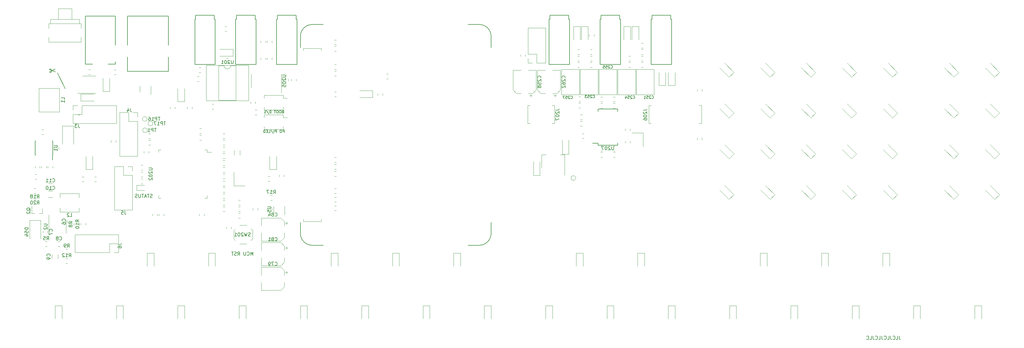
<source format=gbr>
G04 #@! TF.GenerationSoftware,KiCad,Pcbnew,5.1.9*
G04 #@! TF.CreationDate,2021-03-31T15:37:06+02:00*
G04 #@! TF.ProjectId,OTTO-Beta-Main,4f54544f-2d42-4657-9461-2d4d61696e2e,rev?*
G04 #@! TF.SameCoordinates,Original*
G04 #@! TF.FileFunction,Legend,Bot*
G04 #@! TF.FilePolarity,Positive*
%FSLAX46Y46*%
G04 Gerber Fmt 4.6, Leading zero omitted, Abs format (unit mm)*
G04 Created by KiCad (PCBNEW 5.1.9) date 2021-03-31 15:37:06*
%MOMM*%
%LPD*%
G01*
G04 APERTURE LIST*
%ADD10C,0.150000*%
%ADD11C,0.120000*%
G04 APERTURE END LIST*
D10*
X24109464Y-24881108D02*
G75*
G02*
X23577001Y-25063799I-278464J-55692D01*
G01*
X23501540Y-24376388D02*
G75*
G02*
X24059599Y-24631999I278660J-128612D01*
G01*
X25228000Y-25089200D02*
X23551600Y-24428800D01*
X25177200Y-24200200D02*
X23602400Y-25063800D01*
X25812200Y-25292400D02*
X28174400Y-29940600D01*
X32472000Y-37685000D02*
X31964000Y-37685000D01*
X273040047Y-102831380D02*
X273040047Y-103545666D01*
X273087666Y-103688523D01*
X273182904Y-103783761D01*
X273325761Y-103831380D01*
X273421000Y-103831380D01*
X272087666Y-103831380D02*
X272563857Y-103831380D01*
X272563857Y-102831380D01*
X271182904Y-103736142D02*
X271230523Y-103783761D01*
X271373380Y-103831380D01*
X271468619Y-103831380D01*
X271611476Y-103783761D01*
X271706714Y-103688523D01*
X271754333Y-103593285D01*
X271801952Y-103402809D01*
X271801952Y-103259952D01*
X271754333Y-103069476D01*
X271706714Y-102974238D01*
X271611476Y-102879000D01*
X271468619Y-102831380D01*
X271373380Y-102831380D01*
X271230523Y-102879000D01*
X271182904Y-102926619D01*
X270468619Y-102831380D02*
X270468619Y-103545666D01*
X270516238Y-103688523D01*
X270611476Y-103783761D01*
X270754333Y-103831380D01*
X270849571Y-103831380D01*
X269516238Y-103831380D02*
X269992428Y-103831380D01*
X269992428Y-102831380D01*
X268611476Y-103736142D02*
X268659095Y-103783761D01*
X268801952Y-103831380D01*
X268897190Y-103831380D01*
X269040047Y-103783761D01*
X269135285Y-103688523D01*
X269182904Y-103593285D01*
X269230523Y-103402809D01*
X269230523Y-103259952D01*
X269182904Y-103069476D01*
X269135285Y-102974238D01*
X269040047Y-102879000D01*
X268897190Y-102831380D01*
X268801952Y-102831380D01*
X268659095Y-102879000D01*
X268611476Y-102926619D01*
X267897190Y-102831380D02*
X267897190Y-103545666D01*
X267944809Y-103688523D01*
X268040047Y-103783761D01*
X268182904Y-103831380D01*
X268278142Y-103831380D01*
X266944809Y-103831380D02*
X267421000Y-103831380D01*
X267421000Y-102831380D01*
X266040047Y-103736142D02*
X266087666Y-103783761D01*
X266230523Y-103831380D01*
X266325761Y-103831380D01*
X266468619Y-103783761D01*
X266563857Y-103688523D01*
X266611476Y-103593285D01*
X266659095Y-103402809D01*
X266659095Y-103259952D01*
X266611476Y-103069476D01*
X266563857Y-102974238D01*
X266468619Y-102879000D01*
X266325761Y-102831380D01*
X266230523Y-102831380D01*
X266087666Y-102879000D01*
X266040047Y-102926619D01*
X265325761Y-102831380D02*
X265325761Y-103545666D01*
X265373380Y-103688523D01*
X265468619Y-103783761D01*
X265611476Y-103831380D01*
X265706714Y-103831380D01*
X264373380Y-103831380D02*
X264849571Y-103831380D01*
X264849571Y-102831380D01*
X263468619Y-103736142D02*
X263516238Y-103783761D01*
X263659095Y-103831380D01*
X263754333Y-103831380D01*
X263897190Y-103783761D01*
X263992428Y-103688523D01*
X264040047Y-103593285D01*
X264087666Y-103402809D01*
X264087666Y-103259952D01*
X264040047Y-103069476D01*
X263992428Y-102974238D01*
X263897190Y-102879000D01*
X263754333Y-102831380D01*
X263659095Y-102831380D01*
X263516238Y-102879000D01*
X263468619Y-102926619D01*
X92478571Y-42961904D02*
X92478571Y-42161904D01*
X92173809Y-42161904D01*
X92097619Y-42200000D01*
X92059523Y-42238095D01*
X92021428Y-42314285D01*
X92021428Y-42428571D01*
X92059523Y-42504761D01*
X92097619Y-42542857D01*
X92173809Y-42580952D01*
X92478571Y-42580952D01*
X91526190Y-42161904D02*
X91373809Y-42161904D01*
X91297619Y-42200000D01*
X91221428Y-42276190D01*
X91183333Y-42428571D01*
X91183333Y-42695238D01*
X91221428Y-42847619D01*
X91297619Y-42923809D01*
X91373809Y-42961904D01*
X91526190Y-42961904D01*
X91602380Y-42923809D01*
X91678571Y-42847619D01*
X91716666Y-42695238D01*
X91716666Y-42428571D01*
X91678571Y-42276190D01*
X91602380Y-42200000D01*
X91526190Y-42161904D01*
X90230952Y-42961904D02*
X90230952Y-42161904D01*
X89926190Y-42161904D01*
X89850000Y-42200000D01*
X89811904Y-42238095D01*
X89773809Y-42314285D01*
X89773809Y-42428571D01*
X89811904Y-42504761D01*
X89850000Y-42542857D01*
X89926190Y-42580952D01*
X90230952Y-42580952D01*
X89430952Y-42961904D02*
X89430952Y-42161904D01*
X88478571Y-42123809D02*
X89164285Y-43152380D01*
X87830952Y-42961904D02*
X88211904Y-42961904D01*
X88211904Y-42161904D01*
X87564285Y-42542857D02*
X87297619Y-42542857D01*
X87183333Y-42961904D02*
X87564285Y-42961904D01*
X87564285Y-42161904D01*
X87183333Y-42161904D01*
X86840476Y-42961904D02*
X86840476Y-42161904D01*
X86650000Y-42161904D01*
X86535714Y-42200000D01*
X86459523Y-42276190D01*
X86421428Y-42352380D01*
X86383333Y-42504761D01*
X86383333Y-42619047D01*
X86421428Y-42771428D01*
X86459523Y-42847619D01*
X86535714Y-42923809D01*
X86650000Y-42961904D01*
X86840476Y-42961904D01*
X92021428Y-36792857D02*
X91907142Y-36830952D01*
X91869047Y-36869047D01*
X91830952Y-36945238D01*
X91830952Y-37059523D01*
X91869047Y-37135714D01*
X91907142Y-37173809D01*
X91983333Y-37211904D01*
X92288095Y-37211904D01*
X92288095Y-36411904D01*
X92021428Y-36411904D01*
X91945238Y-36450000D01*
X91907142Y-36488095D01*
X91869047Y-36564285D01*
X91869047Y-36640476D01*
X91907142Y-36716666D01*
X91945238Y-36754761D01*
X92021428Y-36792857D01*
X92288095Y-36792857D01*
X91335714Y-36411904D02*
X91183333Y-36411904D01*
X91107142Y-36450000D01*
X91030952Y-36526190D01*
X90992857Y-36678571D01*
X90992857Y-36945238D01*
X91030952Y-37097619D01*
X91107142Y-37173809D01*
X91183333Y-37211904D01*
X91335714Y-37211904D01*
X91411904Y-37173809D01*
X91488095Y-37097619D01*
X91526190Y-36945238D01*
X91526190Y-36678571D01*
X91488095Y-36526190D01*
X91411904Y-36450000D01*
X91335714Y-36411904D01*
X90497619Y-36411904D02*
X90345238Y-36411904D01*
X90269047Y-36450000D01*
X90192857Y-36526190D01*
X90154761Y-36678571D01*
X90154761Y-36945238D01*
X90192857Y-37097619D01*
X90269047Y-37173809D01*
X90345238Y-37211904D01*
X90497619Y-37211904D01*
X90573809Y-37173809D01*
X90650000Y-37097619D01*
X90688095Y-36945238D01*
X90688095Y-36678571D01*
X90650000Y-36526190D01*
X90573809Y-36450000D01*
X90497619Y-36411904D01*
X89926190Y-36411904D02*
X89469047Y-36411904D01*
X89697619Y-37211904D02*
X89697619Y-36411904D01*
X88440476Y-36411904D02*
X88364285Y-36411904D01*
X88288095Y-36450000D01*
X88250000Y-36488095D01*
X88211904Y-36564285D01*
X88173809Y-36716666D01*
X88173809Y-36907142D01*
X88211904Y-37059523D01*
X88250000Y-37135714D01*
X88288095Y-37173809D01*
X88364285Y-37211904D01*
X88440476Y-37211904D01*
X88516666Y-37173809D01*
X88554761Y-37135714D01*
X88592857Y-37059523D01*
X88630952Y-36907142D01*
X88630952Y-36716666D01*
X88592857Y-36564285D01*
X88554761Y-36488095D01*
X88516666Y-36450000D01*
X88440476Y-36411904D01*
X87259523Y-36373809D02*
X87945238Y-37402380D01*
X86573809Y-37211904D02*
X87030952Y-37211904D01*
X86802380Y-37211904D02*
X86802380Y-36411904D01*
X86878571Y-36526190D01*
X86954761Y-36602380D01*
X87030952Y-36640476D01*
X53676190Y-62004761D02*
X53533333Y-62052380D01*
X53295238Y-62052380D01*
X53200000Y-62004761D01*
X53152380Y-61957142D01*
X53104761Y-61861904D01*
X53104761Y-61766666D01*
X53152380Y-61671428D01*
X53200000Y-61623809D01*
X53295238Y-61576190D01*
X53485714Y-61528571D01*
X53580952Y-61480952D01*
X53628571Y-61433333D01*
X53676190Y-61338095D01*
X53676190Y-61242857D01*
X53628571Y-61147619D01*
X53580952Y-61100000D01*
X53485714Y-61052380D01*
X53247619Y-61052380D01*
X53104761Y-61100000D01*
X52819047Y-61052380D02*
X52247619Y-61052380D01*
X52533333Y-62052380D02*
X52533333Y-61052380D01*
X51961904Y-61766666D02*
X51485714Y-61766666D01*
X52057142Y-62052380D02*
X51723809Y-61052380D01*
X51390476Y-62052380D01*
X51200000Y-61052380D02*
X50628571Y-61052380D01*
X50914285Y-62052380D02*
X50914285Y-61052380D01*
X50295238Y-61052380D02*
X50295238Y-61861904D01*
X50247619Y-61957142D01*
X50200000Y-62004761D01*
X50104761Y-62052380D01*
X49914285Y-62052380D01*
X49819047Y-62004761D01*
X49771428Y-61957142D01*
X49723809Y-61861904D01*
X49723809Y-61052380D01*
X49295238Y-62004761D02*
X49152380Y-62052380D01*
X48914285Y-62052380D01*
X48819047Y-62004761D01*
X48771428Y-61957142D01*
X48723809Y-61861904D01*
X48723809Y-61766666D01*
X48771428Y-61671428D01*
X48819047Y-61623809D01*
X48914285Y-61576190D01*
X49104761Y-61528571D01*
X49200000Y-61480952D01*
X49247619Y-61433333D01*
X49295238Y-61338095D01*
X49295238Y-61242857D01*
X49247619Y-61147619D01*
X49200000Y-61100000D01*
X49104761Y-61052380D01*
X48866666Y-61052380D01*
X48723809Y-61100000D01*
X83295238Y-79052380D02*
X83295238Y-78052380D01*
X82961904Y-78766666D01*
X82628571Y-78052380D01*
X82628571Y-79052380D01*
X81580952Y-78957142D02*
X81628571Y-79004761D01*
X81771428Y-79052380D01*
X81866666Y-79052380D01*
X82009523Y-79004761D01*
X82104761Y-78909523D01*
X82152380Y-78814285D01*
X82200000Y-78623809D01*
X82200000Y-78480952D01*
X82152380Y-78290476D01*
X82104761Y-78195238D01*
X82009523Y-78100000D01*
X81866666Y-78052380D01*
X81771428Y-78052380D01*
X81628571Y-78100000D01*
X81580952Y-78147619D01*
X81152380Y-78052380D02*
X81152380Y-78861904D01*
X81104761Y-78957142D01*
X81057142Y-79004761D01*
X80961904Y-79052380D01*
X80771428Y-79052380D01*
X80676190Y-79004761D01*
X80628571Y-78957142D01*
X80580952Y-78861904D01*
X80580952Y-78052380D01*
X78771428Y-79052380D02*
X79104761Y-78576190D01*
X79342857Y-79052380D02*
X79342857Y-78052380D01*
X78961904Y-78052380D01*
X78866666Y-78100000D01*
X78819047Y-78147619D01*
X78771428Y-78242857D01*
X78771428Y-78385714D01*
X78819047Y-78480952D01*
X78866666Y-78528571D01*
X78961904Y-78576190D01*
X79342857Y-78576190D01*
X78390476Y-79004761D02*
X78247619Y-79052380D01*
X78009523Y-79052380D01*
X77914285Y-79004761D01*
X77866666Y-78957142D01*
X77819047Y-78861904D01*
X77819047Y-78766666D01*
X77866666Y-78671428D01*
X77914285Y-78623809D01*
X78009523Y-78576190D01*
X78200000Y-78528571D01*
X78295238Y-78480952D01*
X78342857Y-78433333D01*
X78390476Y-78338095D01*
X78390476Y-78242857D01*
X78342857Y-78147619D01*
X78295238Y-78100000D01*
X78200000Y-78052380D01*
X77961904Y-78052380D01*
X77819047Y-78100000D01*
X77533333Y-78052380D02*
X76961904Y-78052380D01*
X77247619Y-79052380D02*
X77247619Y-78052380D01*
D11*
X23277600Y-70606000D02*
X23277600Y-67156000D01*
X23277600Y-70606000D02*
X23277600Y-72556000D01*
X28397600Y-70606000D02*
X28397600Y-68656000D01*
X28397600Y-70606000D02*
X28397600Y-72556000D01*
X18972348Y-61209200D02*
X19494852Y-61209200D01*
X18972348Y-62629200D02*
X19494852Y-62629200D01*
X18972348Y-59380400D02*
X19494852Y-59380400D01*
X18972348Y-60800400D02*
X19494852Y-60800400D01*
X28842052Y-81450600D02*
X28319548Y-81450600D01*
X28842052Y-80030600D02*
X28319548Y-80030600D01*
X34116800Y-69608148D02*
X34116800Y-70130652D01*
X32696800Y-69608148D02*
X32696800Y-70130652D01*
X28842052Y-78605800D02*
X28319548Y-78605800D01*
X28842052Y-77185800D02*
X28319548Y-77185800D01*
X32110200Y-69658948D02*
X32110200Y-70181452D01*
X30690200Y-69658948D02*
X30690200Y-70181452D01*
X22796852Y-76421400D02*
X22274348Y-76421400D01*
X22796852Y-75001400D02*
X22274348Y-75001400D01*
X21474000Y-66717800D02*
X21474000Y-65257800D01*
X18314000Y-66717800D02*
X18314000Y-64557800D01*
X18314000Y-66717800D02*
X19244000Y-66717800D01*
X21474000Y-66717800D02*
X20544000Y-66717800D01*
X32193600Y-60895600D02*
X32193600Y-62045600D01*
X32193600Y-66295600D02*
X32193600Y-65145600D01*
X26593600Y-60895600D02*
X26593600Y-62045600D01*
X26593600Y-66295600D02*
X26593600Y-65145600D01*
X26593600Y-60895600D02*
X32193600Y-60895600D01*
X26593600Y-66295600D02*
X32193600Y-66295600D01*
X17685200Y-68755400D02*
X17685200Y-74155400D01*
X20985200Y-68755400D02*
X20985200Y-74155400D01*
X17685200Y-68755400D02*
X20985200Y-68755400D01*
X24407664Y-59755800D02*
X23203536Y-59755800D01*
X24407664Y-57935800D02*
X23203536Y-57935800D01*
X24407664Y-61965600D02*
X23203536Y-61965600D01*
X24407664Y-60145600D02*
X23203536Y-60145600D01*
X26036400Y-78817736D02*
X26036400Y-80021864D01*
X24216400Y-78817736D02*
X24216400Y-80021864D01*
X26581452Y-76472200D02*
X26058948Y-76472200D01*
X26581452Y-75052200D02*
X26058948Y-75052200D01*
X21597000Y-72391252D02*
X21597000Y-71868748D01*
X23017000Y-72391252D02*
X23017000Y-71868748D01*
X30129000Y-68871548D02*
X30129000Y-69394052D01*
X28709000Y-68871548D02*
X28709000Y-69394052D01*
X19799652Y-56660200D02*
X19277148Y-56660200D01*
X19799652Y-55240200D02*
X19277148Y-55240200D01*
X30425800Y-34986000D02*
X30425800Y-36316000D01*
X31755800Y-34986000D02*
X30425800Y-34986000D01*
X30425800Y-37586000D02*
X30425800Y-40186000D01*
X33025800Y-37586000D02*
X30425800Y-37586000D01*
X33025800Y-34986000D02*
X33025800Y-37586000D01*
X30425800Y-40186000D02*
X43245800Y-40186000D01*
X33025800Y-34986000D02*
X43245800Y-34986000D01*
X43245800Y-34986000D02*
X43245800Y-40186000D01*
X49367200Y-37043400D02*
X48037200Y-37043400D01*
X49367200Y-38373400D02*
X49367200Y-37043400D01*
X46767200Y-37043400D02*
X44167200Y-37043400D01*
X46767200Y-39643400D02*
X46767200Y-37043400D01*
X49367200Y-39643400D02*
X46767200Y-39643400D01*
X44167200Y-37043400D02*
X44167200Y-49863400D01*
X49367200Y-39643400D02*
X49367200Y-49863400D01*
X49367200Y-49863400D02*
X44167200Y-49863400D01*
X47843200Y-52893000D02*
X46513200Y-52893000D01*
X47843200Y-54223000D02*
X47843200Y-52893000D01*
X45243200Y-52893000D02*
X42643200Y-52893000D01*
X45243200Y-55493000D02*
X45243200Y-52893000D01*
X47843200Y-55493000D02*
X45243200Y-55493000D01*
X42643200Y-52893000D02*
X42643200Y-65713000D01*
X47843200Y-55493000D02*
X47843200Y-65713000D01*
X47843200Y-65713000D02*
X42643200Y-65713000D01*
X43804600Y-78209800D02*
X43804600Y-76879800D01*
X42474600Y-78209800D02*
X43804600Y-78209800D01*
X43804600Y-75609800D02*
X43804600Y-73009800D01*
X41204600Y-75609800D02*
X43804600Y-75609800D01*
X41204600Y-78209800D02*
X41204600Y-75609800D01*
X43804600Y-73009800D02*
X30984600Y-73009800D01*
X41204600Y-78209800D02*
X30984600Y-78209800D01*
X30984600Y-78209800D02*
X30984600Y-73009800D01*
X20470000Y-36850000D02*
X26470000Y-36850000D01*
X20470000Y-29850000D02*
X20470000Y-36850000D01*
X26470000Y-29850000D02*
X20470000Y-29850000D01*
X26470000Y-36850000D02*
X26470000Y-29850000D01*
D10*
X24477400Y-49545200D02*
X24427400Y-49545200D01*
X24477400Y-45395200D02*
X24332400Y-45395200D01*
X19327400Y-45395200D02*
X19472400Y-45395200D01*
X19327400Y-49545200D02*
X19472400Y-49545200D01*
X24477400Y-49545200D02*
X24477400Y-45395200D01*
X19327400Y-49545200D02*
X19327400Y-45395200D01*
X24427400Y-49545200D02*
X24427400Y-50945200D01*
D11*
X174065000Y-49247500D02*
X174065000Y-45162500D01*
X175935000Y-49247500D02*
X174065000Y-49247500D01*
X175935000Y-45162500D02*
X175935000Y-49247500D01*
X165665000Y-55547500D02*
X165665000Y-51462500D01*
X167535000Y-55547500D02*
X165665000Y-55547500D01*
X167535000Y-51462500D02*
X167535000Y-55547500D01*
X172379250Y-32033750D02*
X171591750Y-32033750D01*
X171985500Y-32427500D02*
X171985500Y-31640000D01*
X167792437Y-31400000D02*
X166728000Y-30335563D01*
X172483563Y-31400000D02*
X173548000Y-30335563D01*
X172483563Y-31400000D02*
X171198000Y-31400000D01*
X167792437Y-31400000D02*
X169078000Y-31400000D01*
X166728000Y-30335563D02*
X166728000Y-24580000D01*
X173548000Y-30335563D02*
X173548000Y-24580000D01*
X173548000Y-24580000D02*
X171198000Y-24580000D01*
X166728000Y-24580000D02*
X169078000Y-24580000D01*
X165267250Y-32033750D02*
X164479750Y-32033750D01*
X164873500Y-32427500D02*
X164873500Y-31640000D01*
X160680437Y-31400000D02*
X159616000Y-30335563D01*
X165371563Y-31400000D02*
X166436000Y-30335563D01*
X165371563Y-31400000D02*
X164086000Y-31400000D01*
X160680437Y-31400000D02*
X161966000Y-31400000D01*
X159616000Y-30335563D02*
X159616000Y-24580000D01*
X166436000Y-30335563D02*
X166436000Y-24580000D01*
X166436000Y-24580000D02*
X164086000Y-24580000D01*
X159616000Y-24580000D02*
X161966000Y-24580000D01*
X93143750Y-69208750D02*
X93143750Y-69996250D01*
X93537500Y-69602500D02*
X92750000Y-69602500D01*
X92510000Y-73795563D02*
X91445563Y-74860000D01*
X92510000Y-69104437D02*
X91445563Y-68040000D01*
X92510000Y-69104437D02*
X92510000Y-70390000D01*
X92510000Y-73795563D02*
X92510000Y-72510000D01*
X91445563Y-74860000D02*
X85690000Y-74860000D01*
X91445563Y-68040000D02*
X85690000Y-68040000D01*
X85690000Y-68040000D02*
X85690000Y-70390000D01*
X85690000Y-74860000D02*
X85690000Y-72510000D01*
X93143750Y-76458750D02*
X93143750Y-77246250D01*
X93537500Y-76852500D02*
X92750000Y-76852500D01*
X92510000Y-81045563D02*
X91445563Y-82110000D01*
X92510000Y-76354437D02*
X91445563Y-75290000D01*
X92510000Y-76354437D02*
X92510000Y-77640000D01*
X92510000Y-81045563D02*
X92510000Y-79760000D01*
X91445563Y-82110000D02*
X85690000Y-82110000D01*
X91445563Y-75290000D02*
X85690000Y-75290000D01*
X85690000Y-75290000D02*
X85690000Y-77640000D01*
X85690000Y-82110000D02*
X85690000Y-79760000D01*
X93143750Y-83708750D02*
X93143750Y-84496250D01*
X93537500Y-84102500D02*
X92750000Y-84102500D01*
X92510000Y-88295563D02*
X91445563Y-89360000D01*
X92510000Y-83604437D02*
X91445563Y-82540000D01*
X92510000Y-83604437D02*
X92510000Y-84890000D01*
X92510000Y-88295563D02*
X92510000Y-87010000D01*
X91445563Y-89360000D02*
X85690000Y-89360000D01*
X91445563Y-82540000D02*
X85690000Y-82540000D01*
X85690000Y-82540000D02*
X85690000Y-84890000D01*
X85690000Y-89360000D02*
X85690000Y-87010000D01*
X76750000Y-23185000D02*
X78285000Y-23185000D01*
X78285000Y-23185000D02*
X78285000Y-33465000D01*
X78285000Y-33465000D02*
X73215000Y-33465000D01*
X73215000Y-33465000D02*
X73215000Y-23185000D01*
X73215000Y-23185000D02*
X74750000Y-23185000D01*
X81985000Y-23125000D02*
X81985000Y-33525000D01*
X81985000Y-33525000D02*
X69515000Y-33525000D01*
X69515000Y-33525000D02*
X69515000Y-23125000D01*
X69515000Y-23125000D02*
X81985000Y-23125000D01*
X74750000Y-23185000D02*
G75*
G03*
X76750000Y-23185000I1000000J0D01*
G01*
X27320000Y-40950000D02*
X30620000Y-40950000D01*
X30620000Y-40950000D02*
X30620000Y-46350000D01*
X27320000Y-40950000D02*
X27320000Y-46350000D01*
X19292400Y-52833948D02*
X19292400Y-53356452D01*
X20712400Y-52833948D02*
X20712400Y-53356452D01*
X24512400Y-53356452D02*
X24512400Y-52833948D01*
X23092400Y-53356452D02*
X23092400Y-52833948D01*
X21241148Y-43480200D02*
X21763652Y-43480200D01*
X21241148Y-42060200D02*
X21763652Y-42060200D01*
X21192400Y-52833948D02*
X21192400Y-53356452D01*
X22612400Y-52833948D02*
X22612400Y-53356452D01*
X24866800Y-47250348D02*
X24866800Y-47772852D01*
X26286800Y-47250348D02*
X26286800Y-47772852D01*
D10*
X100700000Y-11100000D02*
X103950000Y-11100000D01*
X146450000Y-11100000D02*
X149700000Y-11100000D01*
X153200000Y-17850000D02*
X153200000Y-14600000D01*
X153200000Y-72600000D02*
X153200000Y-69350000D01*
X100700000Y-76100000D02*
X103950000Y-76100000D01*
X146450000Y-76100000D02*
X149700000Y-76100000D01*
X97200000Y-17850000D02*
X97200000Y-14600000D01*
X97200000Y-72600000D02*
X97200000Y-69350000D01*
D11*
X103350000Y-18790000D02*
X103350000Y-18090000D01*
X103350000Y-18090000D02*
X98050000Y-18090000D01*
X98050000Y-18090000D02*
X98050000Y-18790000D01*
X103350000Y-68410000D02*
X103350000Y-69110000D01*
X103350000Y-69110000D02*
X98050000Y-69110000D01*
X98050000Y-69110000D02*
X98050000Y-68410000D01*
D10*
X153200000Y-72600000D02*
G75*
G02*
X149700000Y-76100000I-3500000J0D01*
G01*
X100700000Y-76100000D02*
G75*
G02*
X97200000Y-72600000I0J3500000D01*
G01*
X97200000Y-14600000D02*
G75*
G02*
X100700000Y-11100000I3500000J0D01*
G01*
X149700000Y-11100000D02*
G75*
G02*
X153200000Y-14600000I0J-3500000D01*
G01*
D11*
X179679000Y-11693000D02*
X181679000Y-11693000D01*
X181679000Y-11693000D02*
X181679000Y-15543000D01*
X179679000Y-11693000D02*
X179679000Y-15543000D01*
X41637600Y-45249548D02*
X41637600Y-45772052D01*
X43057600Y-45249548D02*
X43057600Y-45772052D01*
X42538748Y-25860000D02*
X43061252Y-25860000D01*
X42538748Y-24440000D02*
X43061252Y-24440000D01*
X23320000Y-16300000D02*
X32820000Y-16300000D01*
X23320000Y-16300000D02*
X23320000Y-14790000D01*
X32820000Y-16300000D02*
X32820000Y-14790000D01*
X32820000Y-10800000D02*
X23320000Y-10800000D01*
X23320000Y-10800000D02*
X23320000Y-12310000D01*
X32820000Y-10800000D02*
X32820000Y-12310000D01*
X26070000Y-9550000D02*
X26070000Y-6400000D01*
X30070000Y-9550000D02*
X30070000Y-6400000D01*
X26070000Y-6400000D02*
X30070000Y-6400000D01*
X23820000Y-9600000D02*
X32320000Y-9600000D01*
X32320000Y-9600000D02*
X32320000Y-10750000D01*
X23820000Y-9600000D02*
X23820000Y-10750000D01*
X71761252Y-34540000D02*
X71238748Y-34540000D01*
X71761252Y-35960000D02*
X71238748Y-35960000D01*
D10*
X184575000Y-46050000D02*
X182975000Y-46050000D01*
X184575000Y-35975000D02*
X190325000Y-35975000D01*
X184575000Y-46625000D02*
X190325000Y-46625000D01*
X184575000Y-35975000D02*
X184575000Y-36625000D01*
X190325000Y-35975000D02*
X190325000Y-36625000D01*
X190325000Y-46625000D02*
X190325000Y-45975000D01*
X184575000Y-46625000D02*
X184575000Y-46050000D01*
D11*
X82765000Y-27700000D02*
X82765000Y-25750000D01*
X82765000Y-27700000D02*
X82765000Y-29650000D01*
X91635000Y-27700000D02*
X91635000Y-25750000D01*
X91635000Y-27700000D02*
X91635000Y-31150000D01*
X53310000Y-29200000D02*
X53310000Y-31650000D01*
X50090000Y-31000000D02*
X50090000Y-29200000D01*
X35200000Y-26240000D02*
X37150000Y-26240000D01*
X35200000Y-26240000D02*
X33250000Y-26240000D01*
X35200000Y-31360000D02*
X37150000Y-31360000D01*
X35200000Y-31360000D02*
X31750000Y-31360000D01*
X69810000Y-48690000D02*
X71175000Y-48690000D01*
X69810000Y-47990000D02*
X69810000Y-48690000D01*
X69110000Y-47990000D02*
X69810000Y-47990000D01*
X55590000Y-47990000D02*
X55590000Y-48690000D01*
X56290000Y-47990000D02*
X55590000Y-47990000D01*
X69810000Y-62210000D02*
X69810000Y-61510000D01*
X69110000Y-62210000D02*
X69810000Y-62210000D01*
X55590000Y-62210000D02*
X55590000Y-61510000D01*
X56290000Y-62210000D02*
X55590000Y-62210000D01*
X92610000Y-64600000D02*
X92610000Y-67050000D01*
X89390000Y-66400000D02*
X89390000Y-64600000D01*
X167990000Y-49490000D02*
X169250000Y-49490000D01*
X174810000Y-49490000D02*
X173550000Y-49490000D01*
X167990000Y-53250000D02*
X167990000Y-49490000D01*
X174810000Y-55500000D02*
X174810000Y-49490000D01*
D10*
X90450000Y-9600000D02*
X90200000Y-9600000D01*
X90450000Y-8400000D02*
X90450000Y-9600000D01*
X95950000Y-8400000D02*
X90450000Y-8400000D01*
X95950000Y-9600000D02*
X95950000Y-8400000D01*
X96200000Y-9600000D02*
X95950000Y-9600000D01*
X96200000Y-22900000D02*
X96200000Y-9600000D01*
X90200000Y-22900000D02*
X96200000Y-22900000D01*
X90200000Y-9600000D02*
X90200000Y-22900000D01*
X170450000Y-9600000D02*
X170200000Y-9600000D01*
X170450000Y-8400000D02*
X170450000Y-9600000D01*
X175950000Y-8400000D02*
X170450000Y-8400000D01*
X175950000Y-9600000D02*
X175950000Y-8400000D01*
X176200000Y-9600000D02*
X175950000Y-9600000D01*
X176200000Y-22900000D02*
X176200000Y-9600000D01*
X170200000Y-22900000D02*
X176200000Y-22900000D01*
X170200000Y-9600000D02*
X170200000Y-22900000D01*
X185450000Y-9600000D02*
X185200000Y-9600000D01*
X185450000Y-8400000D02*
X185450000Y-9600000D01*
X190950000Y-8400000D02*
X185450000Y-8400000D01*
X190950000Y-9600000D02*
X190950000Y-8400000D01*
X191200000Y-9600000D02*
X190950000Y-9600000D01*
X191200000Y-22900000D02*
X191200000Y-9600000D01*
X185200000Y-22900000D02*
X191200000Y-22900000D01*
X185200000Y-9600000D02*
X185200000Y-22900000D01*
X200450000Y-9600000D02*
X200200000Y-9600000D01*
X200450000Y-8400000D02*
X200450000Y-9600000D01*
X205950000Y-8400000D02*
X200450000Y-8400000D01*
X205950000Y-9600000D02*
X205950000Y-8400000D01*
X206200000Y-9600000D02*
X205950000Y-9600000D01*
X206200000Y-22900000D02*
X206200000Y-9600000D01*
X200200000Y-22900000D02*
X206200000Y-22900000D01*
X200200000Y-9600000D02*
X200200000Y-22900000D01*
X66450000Y-9600000D02*
X66200000Y-9600000D01*
X66450000Y-8400000D02*
X66450000Y-9600000D01*
X71950000Y-8400000D02*
X66450000Y-8400000D01*
X71950000Y-9600000D02*
X71950000Y-8400000D01*
X72200000Y-9600000D02*
X71950000Y-9600000D01*
X72200000Y-22900000D02*
X72200000Y-9600000D01*
X66200000Y-22900000D02*
X72200000Y-22900000D01*
X66200000Y-9600000D02*
X66200000Y-22900000D01*
X78450000Y-9600000D02*
X78200000Y-9600000D01*
X78450000Y-8400000D02*
X78450000Y-9600000D01*
X83950000Y-8400000D02*
X78450000Y-8400000D01*
X83950000Y-9600000D02*
X83950000Y-8400000D01*
X84200000Y-9600000D02*
X83950000Y-9600000D01*
X84200000Y-22900000D02*
X84200000Y-9600000D01*
X78200000Y-22900000D02*
X84200000Y-22900000D01*
X78200000Y-9600000D02*
X78200000Y-22900000D01*
D11*
X88911252Y-61390000D02*
X88388748Y-61390000D01*
X88911252Y-62810000D02*
X88388748Y-62810000D01*
X74488748Y-66160000D02*
X75011252Y-66160000D01*
X74488748Y-64740000D02*
X75011252Y-64740000D01*
X177393000Y-11693000D02*
X179393000Y-11693000D01*
X179393000Y-11693000D02*
X179393000Y-15543000D01*
X177393000Y-11693000D02*
X177393000Y-15543000D01*
X192125000Y-11693000D02*
X194125000Y-11693000D01*
X194125000Y-11693000D02*
X194125000Y-15543000D01*
X192125000Y-11693000D02*
X192125000Y-15543000D01*
X194538000Y-11693000D02*
X196538000Y-11693000D01*
X196538000Y-11693000D02*
X196538000Y-15543000D01*
X194538000Y-11693000D02*
X194538000Y-15543000D01*
X204450000Y-29050000D02*
X202450000Y-29050000D01*
X202450000Y-29050000D02*
X202450000Y-25200000D01*
X204450000Y-29050000D02*
X204450000Y-25200000D01*
X207200000Y-29050000D02*
X205200000Y-29050000D01*
X205200000Y-29050000D02*
X205200000Y-25200000D01*
X207200000Y-29050000D02*
X207200000Y-25200000D01*
X194550000Y-43000000D02*
X197850000Y-43000000D01*
X197850000Y-43000000D02*
X197850000Y-47000000D01*
X81000000Y-58600000D02*
X77700000Y-58600000D01*
X77700000Y-58600000D02*
X77700000Y-54600000D01*
X107238748Y-17060000D02*
X107761252Y-17060000D01*
X107238748Y-15640000D02*
X107761252Y-15640000D01*
X75011252Y-43240000D02*
X74488748Y-43240000D01*
X75011252Y-44660000D02*
X74488748Y-44660000D01*
X107238748Y-24310000D02*
X107761252Y-24310000D01*
X107238748Y-22890000D02*
X107761252Y-22890000D01*
X107238748Y-51660000D02*
X107761252Y-51660000D01*
X107238748Y-50240000D02*
X107761252Y-50240000D01*
X107238748Y-18960000D02*
X107761252Y-18960000D01*
X107238748Y-17540000D02*
X107761252Y-17540000D01*
X179938748Y-44660000D02*
X180461252Y-44660000D01*
X179938748Y-43240000D02*
X180461252Y-43240000D01*
X107238748Y-26210000D02*
X107761252Y-26210000D01*
X107238748Y-24790000D02*
X107761252Y-24790000D01*
X107238748Y-53710000D02*
X107761252Y-53710000D01*
X107238748Y-52290000D02*
X107761252Y-52290000D01*
X182001000Y-14021748D02*
X182001000Y-14544252D01*
X183421000Y-14021748D02*
X183421000Y-14544252D01*
X179111252Y-18490000D02*
X178588748Y-18490000D01*
X179111252Y-19910000D02*
X178588748Y-19910000D01*
X161808000Y-19981748D02*
X161808000Y-20504252D01*
X163228000Y-19981748D02*
X163228000Y-20504252D01*
X179461252Y-34240000D02*
X178938748Y-34240000D01*
X179461252Y-35660000D02*
X178938748Y-35660000D01*
X179461252Y-32340000D02*
X178938748Y-32340000D01*
X179461252Y-33760000D02*
X178938748Y-33760000D01*
X182288748Y-23710000D02*
X182811252Y-23710000D01*
X182288748Y-22290000D02*
X182811252Y-22290000D01*
X193588748Y-21810000D02*
X194111252Y-21810000D01*
X193588748Y-20390000D02*
X194111252Y-20390000D01*
X182288748Y-21810000D02*
X182811252Y-21810000D01*
X182288748Y-20390000D02*
X182811252Y-20390000D01*
X197288748Y-19910000D02*
X197811252Y-19910000D01*
X197288748Y-18490000D02*
X197811252Y-18490000D01*
X179111252Y-22290000D02*
X178588748Y-22290000D01*
X179111252Y-23710000D02*
X178588748Y-23710000D01*
X182288748Y-19910000D02*
X182811252Y-19910000D01*
X182288748Y-18490000D02*
X182811252Y-18490000D01*
X197811252Y-20390000D02*
X197288748Y-20390000D01*
X197811252Y-21810000D02*
X197288748Y-21810000D01*
X197288748Y-18010000D02*
X197811252Y-18010000D01*
X197288748Y-16590000D02*
X197811252Y-16590000D01*
X75961252Y-21040000D02*
X75438748Y-21040000D01*
X75961252Y-22460000D02*
X75438748Y-22460000D01*
X67411252Y-26440000D02*
X66888748Y-26440000D01*
X67411252Y-27860000D02*
X66888748Y-27860000D01*
X88860000Y-16461252D02*
X88860000Y-15938748D01*
X87440000Y-16461252D02*
X87440000Y-15938748D01*
X86960000Y-16461252D02*
X86960000Y-15938748D01*
X85540000Y-16461252D02*
X85540000Y-15938748D01*
X85540000Y-20888748D02*
X85540000Y-21411252D01*
X86960000Y-20888748D02*
X86960000Y-21411252D01*
X88860000Y-21411252D02*
X88860000Y-20888748D01*
X87440000Y-21411252D02*
X87440000Y-20888748D01*
X50388748Y-55960000D02*
X50911252Y-55960000D01*
X50388748Y-54540000D02*
X50911252Y-54540000D01*
X50911252Y-52490000D02*
X50388748Y-52490000D01*
X50911252Y-53910000D02*
X50388748Y-53910000D01*
X107761252Y-64490000D02*
X107238748Y-64490000D01*
X107761252Y-65910000D02*
X107238748Y-65910000D01*
X83888748Y-37660000D02*
X84411252Y-37660000D01*
X83888748Y-36240000D02*
X84411252Y-36240000D01*
X83960000Y-34411252D02*
X83960000Y-33888748D01*
X82540000Y-34411252D02*
X82540000Y-33888748D01*
X107761252Y-61940000D02*
X107238748Y-61940000D01*
X107761252Y-63360000D02*
X107238748Y-63360000D01*
X79511252Y-62840000D02*
X78988748Y-62840000D01*
X79511252Y-64260000D02*
X78988748Y-64260000D01*
X79511252Y-64740000D02*
X78988748Y-64740000D01*
X79511252Y-66160000D02*
X78988748Y-66160000D01*
X50911252Y-56590000D02*
X50388748Y-56590000D01*
X50911252Y-58010000D02*
X50388748Y-58010000D01*
X107238748Y-55760000D02*
X107761252Y-55760000D01*
X107238748Y-54340000D02*
X107761252Y-54340000D01*
X84682000Y-65711252D02*
X84682000Y-65188748D01*
X83262000Y-65711252D02*
X83262000Y-65188748D01*
X34958748Y-25810000D02*
X35481252Y-25810000D01*
X34958748Y-24390000D02*
X35481252Y-24390000D01*
X53161252Y-43290000D02*
X52638748Y-43290000D01*
X53161252Y-44710000D02*
X52638748Y-44710000D01*
X75011252Y-57140000D02*
X74488748Y-57140000D01*
X75011252Y-58560000D02*
X74488748Y-58560000D01*
X107761252Y-59390000D02*
X107238748Y-59390000D01*
X107761252Y-60810000D02*
X107238748Y-60810000D01*
X95960000Y-27711252D02*
X95960000Y-27188748D01*
X94540000Y-27711252D02*
X94540000Y-27188748D01*
X107238748Y-32310000D02*
X107761252Y-32310000D01*
X107238748Y-30890000D02*
X107761252Y-30890000D01*
X192590000Y-45438748D02*
X192590000Y-45961252D01*
X194010000Y-45438748D02*
X194010000Y-45961252D01*
X194010000Y-42311252D02*
X194010000Y-41788748D01*
X192590000Y-42311252D02*
X192590000Y-41788748D01*
X189038748Y-33810000D02*
X189561252Y-33810000D01*
X189038748Y-32390000D02*
X189561252Y-32390000D01*
X215110000Y-45011252D02*
X215110000Y-44488748D01*
X213690000Y-45011252D02*
X213690000Y-44488748D01*
X213690000Y-30188748D02*
X213690000Y-30711252D01*
X215110000Y-30188748D02*
X215110000Y-30711252D01*
X178588748Y-21810000D02*
X179111252Y-21810000D01*
X178588748Y-20390000D02*
X179111252Y-20390000D01*
X193588748Y-23710000D02*
X194111252Y-23710000D01*
X193588748Y-22290000D02*
X194111252Y-22290000D01*
X197811252Y-22290000D02*
X197288748Y-22290000D01*
X197811252Y-23710000D02*
X197288748Y-23710000D01*
X179388748Y-39110000D02*
X179911252Y-39110000D01*
X179388748Y-37690000D02*
X179911252Y-37690000D01*
X189611252Y-48790000D02*
X189088748Y-48790000D01*
X189611252Y-50210000D02*
X189088748Y-50210000D01*
X185861252Y-32390000D02*
X185338748Y-32390000D01*
X185861252Y-33810000D02*
X185338748Y-33810000D01*
X185911252Y-48790000D02*
X185388748Y-48790000D01*
X185911252Y-50210000D02*
X185388748Y-50210000D01*
X52710000Y-48961252D02*
X52710000Y-48438748D01*
X51290000Y-48961252D02*
X51290000Y-48438748D01*
X55690000Y-66888748D02*
X55690000Y-67411252D01*
X57110000Y-66888748D02*
X57110000Y-67411252D01*
X74488748Y-64260000D02*
X75011252Y-64260000D01*
X74488748Y-62840000D02*
X75011252Y-62840000D01*
X75011252Y-45140000D02*
X74488748Y-45140000D01*
X75011252Y-46560000D02*
X74488748Y-46560000D01*
X68111252Y-41740000D02*
X67588748Y-41740000D01*
X68111252Y-43160000D02*
X67588748Y-43160000D01*
X74488748Y-56510000D02*
X75011252Y-56510000D01*
X74488748Y-55090000D02*
X75011252Y-55090000D01*
X74488748Y-54610000D02*
X75011252Y-54610000D01*
X74488748Y-53190000D02*
X75011252Y-53190000D01*
X75586252Y-11690000D02*
X75063748Y-11690000D01*
X75586252Y-13110000D02*
X75063748Y-13110000D01*
X74488748Y-50510000D02*
X75011252Y-50510000D01*
X74488748Y-49090000D02*
X75011252Y-49090000D01*
X74488748Y-48610000D02*
X75011252Y-48610000D01*
X74488748Y-47190000D02*
X75011252Y-47190000D01*
X87440000Y-65188748D02*
X87440000Y-65711252D01*
X88860000Y-65188748D02*
X88860000Y-65711252D01*
X189561252Y-34290000D02*
X189038748Y-34290000D01*
X189561252Y-35710000D02*
X189038748Y-35710000D01*
X179911252Y-39590000D02*
X179388748Y-39590000D01*
X179911252Y-41010000D02*
X179388748Y-41010000D01*
X185338748Y-35710000D02*
X185861252Y-35710000D01*
X185338748Y-34290000D02*
X185861252Y-34290000D01*
X189088748Y-48310000D02*
X189611252Y-48310000D01*
X189088748Y-46890000D02*
X189611252Y-46890000D01*
X185388748Y-48310000D02*
X185911252Y-48310000D01*
X185388748Y-46890000D02*
X185911252Y-46890000D01*
X93660000Y-27711252D02*
X93660000Y-27188748D01*
X92240000Y-27711252D02*
X92240000Y-27188748D01*
X67413748Y-25235000D02*
X67936252Y-25235000D01*
X67413748Y-23815000D02*
X67936252Y-23815000D01*
X122438748Y-27060000D02*
X122961252Y-27060000D01*
X122438748Y-25640000D02*
X122961252Y-25640000D01*
X121359000Y-31908252D02*
X121359000Y-31385748D01*
X119939000Y-31908252D02*
X119939000Y-31385748D01*
X90990000Y-55388748D02*
X90990000Y-55911252D01*
X92410000Y-55388748D02*
X92410000Y-55911252D01*
X87688748Y-57260000D02*
X88211252Y-57260000D01*
X87688748Y-55840000D02*
X88211252Y-55840000D01*
X63990000Y-35388748D02*
X63990000Y-35911252D01*
X65410000Y-35388748D02*
X65410000Y-35911252D01*
X60410000Y-35911252D02*
X60410000Y-35388748D01*
X58990000Y-35911252D02*
X58990000Y-35388748D01*
X36788748Y-57360000D02*
X37311252Y-57360000D01*
X36788748Y-55940000D02*
X37311252Y-55940000D01*
X33088748Y-57360000D02*
X33611252Y-57360000D01*
X33088748Y-55940000D02*
X33611252Y-55940000D01*
X78988748Y-68060000D02*
X79511252Y-68060000D01*
X78988748Y-66640000D02*
X79511252Y-66640000D01*
X74488748Y-62360000D02*
X75011252Y-62360000D01*
X74488748Y-60940000D02*
X75011252Y-60940000D01*
X68111252Y-43690000D02*
X67588748Y-43690000D01*
X68111252Y-45110000D02*
X67588748Y-45110000D01*
X53161252Y-45190000D02*
X52638748Y-45190000D01*
X53161252Y-46610000D02*
X52638748Y-46610000D01*
X53790000Y-66888748D02*
X53790000Y-67411252D01*
X55210000Y-66888748D02*
X55210000Y-67411252D01*
X67515000Y-66888748D02*
X67515000Y-67411252D01*
X68935000Y-66888748D02*
X68935000Y-67411252D01*
X74488748Y-60460000D02*
X75011252Y-60460000D01*
X74488748Y-59040000D02*
X75011252Y-59040000D01*
X74488748Y-52560000D02*
X75011252Y-52560000D01*
X74488748Y-51140000D02*
X75011252Y-51140000D01*
X76910000Y-71211252D02*
X76910000Y-70688748D01*
X75490000Y-71211252D02*
X75490000Y-70688748D01*
X51450000Y-59935000D02*
X49165000Y-59935000D01*
X49165000Y-59935000D02*
X49165000Y-58465000D01*
X49165000Y-58465000D02*
X51450000Y-58465000D01*
X53868000Y-40253000D02*
G75*
G03*
X53868000Y-40253000I-700000J0D01*
G01*
X52217000Y-38906800D02*
G75*
G03*
X52217000Y-38906800I-700000J0D01*
G01*
X178048600Y-56305800D02*
G75*
G03*
X178048600Y-56305800I-700000J0D01*
G01*
X52293200Y-42234200D02*
G75*
G03*
X52293200Y-42234200I-700000J0D01*
G01*
X92111000Y-42009000D02*
X86590000Y-42009000D01*
X93301000Y-38550000D02*
X92111000Y-38550000D01*
X92111000Y-37691000D02*
X92111000Y-38550000D01*
X92111000Y-37691000D02*
X86590000Y-37691000D01*
X86590000Y-37691000D02*
X86590000Y-38550000D01*
X92111000Y-41150000D02*
X92111000Y-42009000D01*
X86590000Y-41150000D02*
X86590000Y-42009000D01*
X92111000Y-36259000D02*
X86590000Y-36259000D01*
X93301000Y-32800000D02*
X92111000Y-32800000D01*
X92111000Y-31941000D02*
X92111000Y-32800000D01*
X92111000Y-31941000D02*
X86590000Y-31941000D01*
X86590000Y-31941000D02*
X86590000Y-32800000D01*
X92111000Y-35400000D02*
X92111000Y-36259000D01*
X86590000Y-35400000D02*
X86590000Y-36259000D01*
X224462742Y-25198528D02*
X223048528Y-26612742D01*
X223048528Y-26612742D02*
X220326167Y-23890381D01*
X224462742Y-25198528D02*
X221740381Y-22476167D01*
X236462742Y-25198528D02*
X235048528Y-26612742D01*
X235048528Y-26612742D02*
X232326167Y-23890381D01*
X236462742Y-25198528D02*
X233740381Y-22476167D01*
X248462742Y-25198528D02*
X247048528Y-26612742D01*
X247048528Y-26612742D02*
X244326167Y-23890381D01*
X248462742Y-25198528D02*
X245740381Y-22476167D01*
X260462742Y-25198528D02*
X259048528Y-26612742D01*
X259048528Y-26612742D02*
X256326167Y-23890381D01*
X260462742Y-25198528D02*
X257740381Y-22476167D01*
X272462742Y-25198528D02*
X271048528Y-26612742D01*
X271048528Y-26612742D02*
X268326167Y-23890381D01*
X272462742Y-25198528D02*
X269740381Y-22476167D01*
X290462742Y-25198528D02*
X289048528Y-26612742D01*
X289048528Y-26612742D02*
X286326167Y-23890381D01*
X290462742Y-25198528D02*
X287740381Y-22476167D01*
X302462742Y-25198528D02*
X301048528Y-26612742D01*
X301048528Y-26612742D02*
X298326167Y-23890381D01*
X302462742Y-25198528D02*
X299740381Y-22476167D01*
X82700000Y-71275000D02*
X83150000Y-71725000D01*
X82700000Y-74675000D02*
X83150000Y-74225000D01*
X78100000Y-74675000D02*
X77650000Y-74225000D01*
X78100000Y-71275000D02*
X77650000Y-71725000D01*
X79400000Y-75725000D02*
X81400000Y-75725000D01*
X83150000Y-71725000D02*
X83150000Y-74225000D01*
X79400000Y-70225000D02*
X81400000Y-70225000D01*
X77650000Y-71725000D02*
X77650000Y-74225000D01*
X77725000Y-48175000D02*
X77725000Y-49525000D01*
X79475000Y-48175000D02*
X79475000Y-49525000D01*
D10*
X58470000Y-8600000D02*
X58470000Y-17200000D01*
X58470000Y-24900000D02*
X46470000Y-24900000D01*
X46470000Y-17200000D02*
X46470000Y-8600000D01*
X46470000Y-8600000D02*
X58470000Y-8600000D01*
X46470000Y-24900000D02*
X46470000Y-20700000D01*
X58470000Y-24900000D02*
X58470000Y-20700000D01*
D11*
X163990000Y-12140000D02*
X169190000Y-12140000D01*
X163990000Y-19820000D02*
X163990000Y-12140000D01*
X169190000Y-22420000D02*
X169190000Y-12140000D01*
X163990000Y-19820000D02*
X166590000Y-19820000D01*
X166590000Y-19820000D02*
X166590000Y-22420000D01*
X166590000Y-22420000D02*
X169190000Y-22420000D01*
X163990000Y-21090000D02*
X163990000Y-22420000D01*
X163990000Y-22420000D02*
X165320000Y-22420000D01*
X171780000Y-40250000D02*
X171080000Y-40250000D01*
X171780000Y-34950000D02*
X171780000Y-40250000D01*
X171080000Y-34950000D02*
X171780000Y-34950000D01*
X163940000Y-40250000D02*
X164640000Y-40250000D01*
X163940000Y-34950000D02*
X163940000Y-40250000D01*
X164640000Y-34950000D02*
X163940000Y-34950000D01*
X200200000Y-34950000D02*
X199500000Y-34950000D01*
X199500000Y-34950000D02*
X199500000Y-40250000D01*
X199500000Y-40250000D02*
X200200000Y-40250000D01*
X214260000Y-34950000D02*
X214960000Y-34950000D01*
X214960000Y-34950000D02*
X214960000Y-40250000D01*
X214960000Y-40250000D02*
X214260000Y-40250000D01*
D10*
X34070000Y-8600000D02*
X42870000Y-8600000D01*
X42870000Y-22000000D02*
X42870000Y-22800000D01*
X42870000Y-22800000D02*
X40770000Y-22800000D01*
X34070000Y-22800000D02*
X34070000Y-8600000D01*
X34070000Y-22800000D02*
X36170000Y-22800000D01*
X42870000Y-8600000D02*
X42870000Y-17200000D01*
D11*
X77450000Y-18400000D02*
X77450000Y-20400000D01*
X77450000Y-20400000D02*
X73550000Y-20400000D01*
X77450000Y-18400000D02*
X73550000Y-18400000D01*
X118400000Y-30600000D02*
X118400000Y-32600000D01*
X118400000Y-32600000D02*
X114550000Y-32600000D01*
X118400000Y-30600000D02*
X114550000Y-30600000D01*
X63200000Y-33800000D02*
X61200000Y-33800000D01*
X61200000Y-33800000D02*
X61200000Y-29950000D01*
X63200000Y-33800000D02*
X63200000Y-29950000D01*
X90200000Y-53800000D02*
X88200000Y-53800000D01*
X88200000Y-53800000D02*
X88200000Y-49950000D01*
X90200000Y-53800000D02*
X90200000Y-49950000D01*
X36200000Y-53800000D02*
X34200000Y-53800000D01*
X34200000Y-53800000D02*
X34200000Y-49950000D01*
X36200000Y-53800000D02*
X36200000Y-49950000D01*
X32720000Y-33600000D02*
X32720000Y-31600000D01*
X32720000Y-31600000D02*
X36620000Y-31600000D01*
X32720000Y-33600000D02*
X36620000Y-33600000D01*
X41220000Y-30800000D02*
X39220000Y-30800000D01*
X39220000Y-30800000D02*
X39220000Y-26950000D01*
X41220000Y-30800000D02*
X41220000Y-26950000D01*
X302462742Y-37198528D02*
X301048528Y-38612742D01*
X301048528Y-38612742D02*
X298326167Y-35890381D01*
X302462742Y-37198528D02*
X299740381Y-34476167D01*
X290462742Y-37198528D02*
X289048528Y-38612742D01*
X289048528Y-38612742D02*
X286326167Y-35890381D01*
X290462742Y-37198528D02*
X287740381Y-34476167D01*
X272462742Y-37198528D02*
X271048528Y-38612742D01*
X271048528Y-38612742D02*
X268326167Y-35890381D01*
X272462742Y-37198528D02*
X269740381Y-34476167D01*
X260462742Y-37198528D02*
X259048528Y-38612742D01*
X259048528Y-38612742D02*
X256326167Y-35890381D01*
X260462742Y-37198528D02*
X257740381Y-34476167D01*
X248462742Y-37198528D02*
X247048528Y-38612742D01*
X247048528Y-38612742D02*
X244326167Y-35890381D01*
X248462742Y-37198528D02*
X245740381Y-34476167D01*
X236462742Y-37198528D02*
X235048528Y-38612742D01*
X235048528Y-38612742D02*
X232326167Y-35890381D01*
X236462742Y-37198528D02*
X233740381Y-34476167D01*
X224462742Y-37198528D02*
X223048528Y-38612742D01*
X223048528Y-38612742D02*
X220326167Y-35890381D01*
X224462742Y-37198528D02*
X221740381Y-34476167D01*
X302462742Y-49198528D02*
X301048528Y-50612742D01*
X301048528Y-50612742D02*
X298326167Y-47890381D01*
X302462742Y-49198528D02*
X299740381Y-46476167D01*
X290462742Y-49198528D02*
X289048528Y-50612742D01*
X289048528Y-50612742D02*
X286326167Y-47890381D01*
X290462742Y-49198528D02*
X287740381Y-46476167D01*
X272462742Y-49198528D02*
X271048528Y-50612742D01*
X271048528Y-50612742D02*
X268326167Y-47890381D01*
X272462742Y-49198528D02*
X269740381Y-46476167D01*
X260462742Y-49198528D02*
X259048528Y-50612742D01*
X259048528Y-50612742D02*
X256326167Y-47890381D01*
X260462742Y-49198528D02*
X257740381Y-46476167D01*
X248462742Y-49198528D02*
X247048528Y-50612742D01*
X247048528Y-50612742D02*
X244326167Y-47890381D01*
X248462742Y-49198528D02*
X245740381Y-46476167D01*
X236462742Y-49198528D02*
X235048528Y-50612742D01*
X235048528Y-50612742D02*
X232326167Y-47890381D01*
X236462742Y-49198528D02*
X233740381Y-46476167D01*
X224462742Y-49198528D02*
X223048528Y-50612742D01*
X223048528Y-50612742D02*
X220326167Y-47890381D01*
X224462742Y-49198528D02*
X221740381Y-46476167D01*
X302462742Y-61198528D02*
X301048528Y-62612742D01*
X301048528Y-62612742D02*
X298326167Y-59890381D01*
X302462742Y-61198528D02*
X299740381Y-58476167D01*
X290462742Y-61198528D02*
X289048528Y-62612742D01*
X289048528Y-62612742D02*
X286326167Y-59890381D01*
X290462742Y-61198528D02*
X287740381Y-58476167D01*
X272462742Y-61198528D02*
X271048528Y-62612742D01*
X271048528Y-62612742D02*
X268326167Y-59890381D01*
X272462742Y-61198528D02*
X269740381Y-58476167D01*
X260462742Y-61198528D02*
X259048528Y-62612742D01*
X259048528Y-62612742D02*
X256326167Y-59890381D01*
X260462742Y-61198528D02*
X257740381Y-58476167D01*
X248462742Y-61198528D02*
X247048528Y-62612742D01*
X247048528Y-62612742D02*
X244326167Y-59890381D01*
X248462742Y-61198528D02*
X245740381Y-58476167D01*
X236462742Y-61198528D02*
X235048528Y-62612742D01*
X235048528Y-62612742D02*
X232326167Y-59890381D01*
X236462742Y-61198528D02*
X233740381Y-58476167D01*
X224462742Y-61198528D02*
X223048528Y-62612742D01*
X223048528Y-62612742D02*
X220326167Y-59890381D01*
X224462742Y-61198528D02*
X221740381Y-58476167D01*
X268200000Y-78400000D02*
X270200000Y-78400000D01*
X270200000Y-78400000D02*
X270200000Y-82250000D01*
X268200000Y-78400000D02*
X268200000Y-82250000D01*
X250200000Y-78400000D02*
X252200000Y-78400000D01*
X252200000Y-78400000D02*
X252200000Y-82250000D01*
X250200000Y-78400000D02*
X250200000Y-82250000D01*
X232200000Y-78400000D02*
X234200000Y-78400000D01*
X234200000Y-78400000D02*
X234200000Y-82250000D01*
X232200000Y-78400000D02*
X232200000Y-82250000D01*
X196200000Y-78400000D02*
X198200000Y-78400000D01*
X198200000Y-78400000D02*
X198200000Y-82250000D01*
X196200000Y-78400000D02*
X196200000Y-82250000D01*
X178200000Y-78400000D02*
X180200000Y-78400000D01*
X180200000Y-78400000D02*
X180200000Y-82250000D01*
X178200000Y-78400000D02*
X178200000Y-82250000D01*
X142200000Y-78400000D02*
X144200000Y-78400000D01*
X144200000Y-78400000D02*
X144200000Y-82250000D01*
X142200000Y-78400000D02*
X142200000Y-82250000D01*
X124200000Y-78400000D02*
X126200000Y-78400000D01*
X126200000Y-78400000D02*
X126200000Y-82250000D01*
X124200000Y-78400000D02*
X124200000Y-82250000D01*
X106200000Y-78400000D02*
X108200000Y-78400000D01*
X108200000Y-78400000D02*
X108200000Y-82250000D01*
X106200000Y-78400000D02*
X106200000Y-82250000D01*
X70200000Y-78400000D02*
X72200000Y-78400000D01*
X72200000Y-78400000D02*
X72200000Y-82250000D01*
X70200000Y-78400000D02*
X70200000Y-82250000D01*
X52200000Y-78400000D02*
X54200000Y-78400000D01*
X54200000Y-78400000D02*
X54200000Y-82250000D01*
X52200000Y-78400000D02*
X52200000Y-82250000D01*
X295200000Y-93890000D02*
X297200000Y-93890000D01*
X297200000Y-93890000D02*
X297200000Y-97740000D01*
X295200000Y-93890000D02*
X295200000Y-97740000D01*
X277200000Y-93900000D02*
X279200000Y-93900000D01*
X279200000Y-93900000D02*
X279200000Y-97750000D01*
X277200000Y-93900000D02*
X277200000Y-97750000D01*
X259200000Y-93900000D02*
X261200000Y-93900000D01*
X261200000Y-93900000D02*
X261200000Y-97750000D01*
X259200000Y-93900000D02*
X259200000Y-97750000D01*
X241200000Y-93900000D02*
X243200000Y-93900000D01*
X243200000Y-93900000D02*
X243200000Y-97750000D01*
X241200000Y-93900000D02*
X241200000Y-97750000D01*
X223200000Y-93900000D02*
X225200000Y-93900000D01*
X225200000Y-93900000D02*
X225200000Y-97750000D01*
X223200000Y-93900000D02*
X223200000Y-97750000D01*
X205200000Y-93900000D02*
X207200000Y-93900000D01*
X207200000Y-93900000D02*
X207200000Y-97750000D01*
X205200000Y-93900000D02*
X205200000Y-97750000D01*
X187200000Y-93900000D02*
X189200000Y-93900000D01*
X189200000Y-93900000D02*
X189200000Y-97750000D01*
X187200000Y-93900000D02*
X187200000Y-97750000D01*
X169200000Y-93900000D02*
X171200000Y-93900000D01*
X171200000Y-93900000D02*
X171200000Y-97750000D01*
X169200000Y-93900000D02*
X169200000Y-97750000D01*
X151200000Y-93900000D02*
X153200000Y-93900000D01*
X153200000Y-93900000D02*
X153200000Y-97750000D01*
X151200000Y-93900000D02*
X151200000Y-97750000D01*
X133200000Y-93900000D02*
X135200000Y-93900000D01*
X135200000Y-93900000D02*
X135200000Y-97750000D01*
X133200000Y-93900000D02*
X133200000Y-97750000D01*
X115200000Y-93900000D02*
X117200000Y-93900000D01*
X117200000Y-93900000D02*
X117200000Y-97750000D01*
X115200000Y-93900000D02*
X115200000Y-97750000D01*
X97200000Y-93900000D02*
X99200000Y-93900000D01*
X99200000Y-93900000D02*
X99200000Y-97750000D01*
X97200000Y-93900000D02*
X97200000Y-97750000D01*
X79200000Y-93900000D02*
X81200000Y-93900000D01*
X81200000Y-93900000D02*
X81200000Y-97750000D01*
X79200000Y-93900000D02*
X79200000Y-97750000D01*
X61200000Y-93900000D02*
X63200000Y-93900000D01*
X63200000Y-93900000D02*
X63200000Y-97750000D01*
X61200000Y-93900000D02*
X61200000Y-97750000D01*
X43200000Y-93900000D02*
X45200000Y-93900000D01*
X45200000Y-93900000D02*
X45200000Y-97750000D01*
X43200000Y-93900000D02*
X43200000Y-97750000D01*
X25200000Y-93900000D02*
X27200000Y-93900000D01*
X27200000Y-93900000D02*
X27200000Y-97750000D01*
X25200000Y-93900000D02*
X25200000Y-97750000D01*
X179070000Y-24330000D02*
X173830000Y-24330000D01*
X179070000Y-31770000D02*
X173830000Y-31770000D01*
X173830000Y-31770000D02*
X173830000Y-24330000D01*
X179070000Y-31770000D02*
X179070000Y-24330000D01*
X184830000Y-31770000D02*
X190070000Y-31770000D01*
X184830000Y-24330000D02*
X190070000Y-24330000D01*
X190070000Y-24330000D02*
X190070000Y-31770000D01*
X184830000Y-24330000D02*
X184830000Y-31770000D01*
X195570000Y-24330000D02*
X190330000Y-24330000D01*
X195570000Y-31770000D02*
X190330000Y-31770000D01*
X190330000Y-31770000D02*
X190330000Y-24330000D01*
X195570000Y-31770000D02*
X195570000Y-24330000D01*
X179330000Y-31770000D02*
X184570000Y-31770000D01*
X179330000Y-24330000D02*
X184570000Y-24330000D01*
X184570000Y-24330000D02*
X184570000Y-31770000D01*
X179330000Y-24330000D02*
X179330000Y-31770000D01*
X201070000Y-24330000D02*
X195830000Y-24330000D01*
X201070000Y-31770000D02*
X195830000Y-31770000D01*
X195830000Y-31770000D02*
X195830000Y-24330000D01*
X201070000Y-31770000D02*
X201070000Y-24330000D01*
D10*
X21889980Y-69844095D02*
X22699504Y-69844095D01*
X22794742Y-69891714D01*
X22842361Y-69939333D01*
X22889980Y-70034571D01*
X22889980Y-70225047D01*
X22842361Y-70320285D01*
X22794742Y-70367904D01*
X22699504Y-70415523D01*
X21889980Y-70415523D01*
X21985219Y-70844095D02*
X21937600Y-70891714D01*
X21889980Y-70986952D01*
X21889980Y-71225047D01*
X21937600Y-71320285D01*
X21985219Y-71367904D01*
X22080457Y-71415523D01*
X22175695Y-71415523D01*
X22318552Y-71367904D01*
X22889980Y-70796476D01*
X22889980Y-71415523D01*
X19876457Y-64021580D02*
X20209790Y-63545390D01*
X20447885Y-64021580D02*
X20447885Y-63021580D01*
X20066933Y-63021580D01*
X19971695Y-63069200D01*
X19924076Y-63116819D01*
X19876457Y-63212057D01*
X19876457Y-63354914D01*
X19924076Y-63450152D01*
X19971695Y-63497771D01*
X20066933Y-63545390D01*
X20447885Y-63545390D01*
X19495504Y-63116819D02*
X19447885Y-63069200D01*
X19352647Y-63021580D01*
X19114552Y-63021580D01*
X19019314Y-63069200D01*
X18971695Y-63116819D01*
X18924076Y-63212057D01*
X18924076Y-63307295D01*
X18971695Y-63450152D01*
X19543123Y-64021580D01*
X18924076Y-64021580D01*
X18305028Y-63021580D02*
X18209790Y-63021580D01*
X18114552Y-63069200D01*
X18066933Y-63116819D01*
X18019314Y-63212057D01*
X17971695Y-63402533D01*
X17971695Y-63640628D01*
X18019314Y-63831104D01*
X18066933Y-63926342D01*
X18114552Y-63973961D01*
X18209790Y-64021580D01*
X18305028Y-64021580D01*
X18400266Y-63973961D01*
X18447885Y-63926342D01*
X18495504Y-63831104D01*
X18543123Y-63640628D01*
X18543123Y-63402533D01*
X18495504Y-63212057D01*
X18447885Y-63116819D01*
X18400266Y-63069200D01*
X18305028Y-63021580D01*
X19876457Y-62192780D02*
X20209790Y-61716590D01*
X20447885Y-62192780D02*
X20447885Y-61192780D01*
X20066933Y-61192780D01*
X19971695Y-61240400D01*
X19924076Y-61288019D01*
X19876457Y-61383257D01*
X19876457Y-61526114D01*
X19924076Y-61621352D01*
X19971695Y-61668971D01*
X20066933Y-61716590D01*
X20447885Y-61716590D01*
X18924076Y-62192780D02*
X19495504Y-62192780D01*
X19209790Y-62192780D02*
X19209790Y-61192780D01*
X19305028Y-61335638D01*
X19400266Y-61430876D01*
X19495504Y-61478495D01*
X18352647Y-61621352D02*
X18447885Y-61573733D01*
X18495504Y-61526114D01*
X18543123Y-61430876D01*
X18543123Y-61383257D01*
X18495504Y-61288019D01*
X18447885Y-61240400D01*
X18352647Y-61192780D01*
X18162171Y-61192780D01*
X18066933Y-61240400D01*
X18019314Y-61288019D01*
X17971695Y-61383257D01*
X17971695Y-61430876D01*
X18019314Y-61526114D01*
X18066933Y-61573733D01*
X18162171Y-61621352D01*
X18352647Y-61621352D01*
X18447885Y-61668971D01*
X18495504Y-61716590D01*
X18543123Y-61811828D01*
X18543123Y-62002304D01*
X18495504Y-62097542D01*
X18447885Y-62145161D01*
X18352647Y-62192780D01*
X18162171Y-62192780D01*
X18066933Y-62145161D01*
X18019314Y-62097542D01*
X17971695Y-62002304D01*
X17971695Y-61811828D01*
X18019314Y-61716590D01*
X18066933Y-61668971D01*
X18162171Y-61621352D01*
X29223657Y-79542980D02*
X29556990Y-79066790D01*
X29795085Y-79542980D02*
X29795085Y-78542980D01*
X29414133Y-78542980D01*
X29318895Y-78590600D01*
X29271276Y-78638219D01*
X29223657Y-78733457D01*
X29223657Y-78876314D01*
X29271276Y-78971552D01*
X29318895Y-79019171D01*
X29414133Y-79066790D01*
X29795085Y-79066790D01*
X28271276Y-79542980D02*
X28842704Y-79542980D01*
X28556990Y-79542980D02*
X28556990Y-78542980D01*
X28652228Y-78685838D01*
X28747466Y-78781076D01*
X28842704Y-78828695D01*
X27890323Y-78638219D02*
X27842704Y-78590600D01*
X27747466Y-78542980D01*
X27509371Y-78542980D01*
X27414133Y-78590600D01*
X27366514Y-78638219D01*
X27318895Y-78733457D01*
X27318895Y-78828695D01*
X27366514Y-78971552D01*
X27937942Y-79542980D01*
X27318895Y-79542980D01*
X32209180Y-69226542D02*
X31732990Y-68893209D01*
X32209180Y-68655114D02*
X31209180Y-68655114D01*
X31209180Y-69036066D01*
X31256800Y-69131304D01*
X31304419Y-69178923D01*
X31399657Y-69226542D01*
X31542514Y-69226542D01*
X31637752Y-69178923D01*
X31685371Y-69131304D01*
X31732990Y-69036066D01*
X31732990Y-68655114D01*
X32209180Y-70178923D02*
X32209180Y-69607495D01*
X32209180Y-69893209D02*
X31209180Y-69893209D01*
X31352038Y-69797971D01*
X31447276Y-69702733D01*
X31494895Y-69607495D01*
X31209180Y-70797971D02*
X31209180Y-70893209D01*
X31256800Y-70988447D01*
X31304419Y-71036066D01*
X31399657Y-71083685D01*
X31590133Y-71131304D01*
X31828228Y-71131304D01*
X32018704Y-71083685D01*
X32113942Y-71036066D01*
X32161561Y-70988447D01*
X32209180Y-70893209D01*
X32209180Y-70797971D01*
X32161561Y-70702733D01*
X32113942Y-70655114D01*
X32018704Y-70607495D01*
X31828228Y-70559876D01*
X31590133Y-70559876D01*
X31399657Y-70607495D01*
X31304419Y-70655114D01*
X31256800Y-70702733D01*
X31209180Y-70797971D01*
X28747466Y-76698180D02*
X29080800Y-76221990D01*
X29318895Y-76698180D02*
X29318895Y-75698180D01*
X28937942Y-75698180D01*
X28842704Y-75745800D01*
X28795085Y-75793419D01*
X28747466Y-75888657D01*
X28747466Y-76031514D01*
X28795085Y-76126752D01*
X28842704Y-76174371D01*
X28937942Y-76221990D01*
X29318895Y-76221990D01*
X28271276Y-76698180D02*
X28080800Y-76698180D01*
X27985561Y-76650561D01*
X27937942Y-76602942D01*
X27842704Y-76460085D01*
X27795085Y-76269609D01*
X27795085Y-75888657D01*
X27842704Y-75793419D01*
X27890323Y-75745800D01*
X27985561Y-75698180D01*
X28176038Y-75698180D01*
X28271276Y-75745800D01*
X28318895Y-75793419D01*
X28366514Y-75888657D01*
X28366514Y-76126752D01*
X28318895Y-76221990D01*
X28271276Y-76269609D01*
X28176038Y-76317228D01*
X27985561Y-76317228D01*
X27890323Y-76269609D01*
X27842704Y-76221990D01*
X27795085Y-76126752D01*
X30202580Y-69753533D02*
X29726390Y-69420200D01*
X30202580Y-69182104D02*
X29202580Y-69182104D01*
X29202580Y-69563057D01*
X29250200Y-69658295D01*
X29297819Y-69705914D01*
X29393057Y-69753533D01*
X29535914Y-69753533D01*
X29631152Y-69705914D01*
X29678771Y-69658295D01*
X29726390Y-69563057D01*
X29726390Y-69182104D01*
X29631152Y-70324961D02*
X29583533Y-70229723D01*
X29535914Y-70182104D01*
X29440676Y-70134485D01*
X29393057Y-70134485D01*
X29297819Y-70182104D01*
X29250200Y-70229723D01*
X29202580Y-70324961D01*
X29202580Y-70515438D01*
X29250200Y-70610676D01*
X29297819Y-70658295D01*
X29393057Y-70705914D01*
X29440676Y-70705914D01*
X29535914Y-70658295D01*
X29583533Y-70610676D01*
X29631152Y-70515438D01*
X29631152Y-70324961D01*
X29678771Y-70229723D01*
X29726390Y-70182104D01*
X29821628Y-70134485D01*
X30012104Y-70134485D01*
X30107342Y-70182104D01*
X30154961Y-70229723D01*
X30202580Y-70324961D01*
X30202580Y-70515438D01*
X30154961Y-70610676D01*
X30107342Y-70658295D01*
X30012104Y-70705914D01*
X29821628Y-70705914D01*
X29726390Y-70658295D01*
X29678771Y-70610676D01*
X29631152Y-70515438D01*
X22702266Y-74513780D02*
X23035600Y-74037590D01*
X23273695Y-74513780D02*
X23273695Y-73513780D01*
X22892742Y-73513780D01*
X22797504Y-73561400D01*
X22749885Y-73609019D01*
X22702266Y-73704257D01*
X22702266Y-73847114D01*
X22749885Y-73942352D01*
X22797504Y-73989971D01*
X22892742Y-74037590D01*
X23273695Y-74037590D01*
X21797504Y-73513780D02*
X22273695Y-73513780D01*
X22321314Y-73989971D01*
X22273695Y-73942352D01*
X22178457Y-73894733D01*
X21940361Y-73894733D01*
X21845123Y-73942352D01*
X21797504Y-73989971D01*
X21749885Y-74085209D01*
X21749885Y-74323304D01*
X21797504Y-74418542D01*
X21845123Y-74466161D01*
X21940361Y-74513780D01*
X22178457Y-74513780D01*
X22273695Y-74466161D01*
X22321314Y-74418542D01*
X17941619Y-65862561D02*
X17894000Y-65767323D01*
X17798761Y-65672085D01*
X17655904Y-65529228D01*
X17608285Y-65433990D01*
X17608285Y-65338752D01*
X17846380Y-65386371D02*
X17798761Y-65291133D01*
X17703523Y-65195895D01*
X17513047Y-65148276D01*
X17179714Y-65148276D01*
X16989238Y-65195895D01*
X16894000Y-65291133D01*
X16846380Y-65386371D01*
X16846380Y-65576847D01*
X16894000Y-65672085D01*
X16989238Y-65767323D01*
X17179714Y-65814942D01*
X17513047Y-65814942D01*
X17703523Y-65767323D01*
X17798761Y-65672085D01*
X17846380Y-65576847D01*
X17846380Y-65386371D01*
X16941619Y-66195895D02*
X16894000Y-66243514D01*
X16846380Y-66338752D01*
X16846380Y-66576847D01*
X16894000Y-66672085D01*
X16941619Y-66719704D01*
X17036857Y-66767323D01*
X17132095Y-66767323D01*
X17274952Y-66719704D01*
X17846380Y-66148276D01*
X17846380Y-66767323D01*
X29560266Y-67647980D02*
X30036457Y-67647980D01*
X30036457Y-66647980D01*
X29274552Y-66743219D02*
X29226933Y-66695600D01*
X29131695Y-66647980D01*
X28893600Y-66647980D01*
X28798361Y-66695600D01*
X28750742Y-66743219D01*
X28703123Y-66838457D01*
X28703123Y-66933695D01*
X28750742Y-67076552D01*
X29322171Y-67647980D01*
X28703123Y-67647980D01*
X17287580Y-70941114D02*
X16287580Y-70941114D01*
X16287580Y-71179209D01*
X16335200Y-71322066D01*
X16430438Y-71417304D01*
X16525676Y-71464923D01*
X16716152Y-71512542D01*
X16859009Y-71512542D01*
X17049485Y-71464923D01*
X17144723Y-71417304D01*
X17239961Y-71322066D01*
X17287580Y-71179209D01*
X17287580Y-70941114D01*
X16287580Y-72417304D02*
X16287580Y-71941114D01*
X16763771Y-71893495D01*
X16716152Y-71941114D01*
X16668533Y-72036352D01*
X16668533Y-72274447D01*
X16716152Y-72369685D01*
X16763771Y-72417304D01*
X16859009Y-72464923D01*
X17097104Y-72464923D01*
X17192342Y-72417304D01*
X17239961Y-72369685D01*
X17287580Y-72274447D01*
X17287580Y-72036352D01*
X17239961Y-71941114D01*
X17192342Y-71893495D01*
X16620914Y-73322066D02*
X17287580Y-73322066D01*
X16239961Y-73083971D02*
X16954247Y-72845876D01*
X16954247Y-73464923D01*
X24448457Y-57382942D02*
X24496076Y-57430561D01*
X24638933Y-57478180D01*
X24734171Y-57478180D01*
X24877028Y-57430561D01*
X24972266Y-57335323D01*
X25019885Y-57240085D01*
X25067504Y-57049609D01*
X25067504Y-56906752D01*
X25019885Y-56716276D01*
X24972266Y-56621038D01*
X24877028Y-56525800D01*
X24734171Y-56478180D01*
X24638933Y-56478180D01*
X24496076Y-56525800D01*
X24448457Y-56573419D01*
X23496076Y-57478180D02*
X24067504Y-57478180D01*
X23781790Y-57478180D02*
X23781790Y-56478180D01*
X23877028Y-56621038D01*
X23972266Y-56716276D01*
X24067504Y-56763895D01*
X22543695Y-57478180D02*
X23115123Y-57478180D01*
X22829409Y-57478180D02*
X22829409Y-56478180D01*
X22924647Y-56621038D01*
X23019885Y-56716276D01*
X23115123Y-56763895D01*
X24448457Y-59592742D02*
X24496076Y-59640361D01*
X24638933Y-59687980D01*
X24734171Y-59687980D01*
X24877028Y-59640361D01*
X24972266Y-59545123D01*
X25019885Y-59449885D01*
X25067504Y-59259409D01*
X25067504Y-59116552D01*
X25019885Y-58926076D01*
X24972266Y-58830838D01*
X24877028Y-58735600D01*
X24734171Y-58687980D01*
X24638933Y-58687980D01*
X24496076Y-58735600D01*
X24448457Y-58783219D01*
X23496076Y-59687980D02*
X24067504Y-59687980D01*
X23781790Y-59687980D02*
X23781790Y-58687980D01*
X23877028Y-58830838D01*
X23972266Y-58926076D01*
X24067504Y-58973695D01*
X22877028Y-58687980D02*
X22781790Y-58687980D01*
X22686552Y-58735600D01*
X22638933Y-58783219D01*
X22591314Y-58878457D01*
X22543695Y-59068933D01*
X22543695Y-59307028D01*
X22591314Y-59497504D01*
X22638933Y-59592742D01*
X22686552Y-59640361D01*
X22781790Y-59687980D01*
X22877028Y-59687980D01*
X22972266Y-59640361D01*
X23019885Y-59592742D01*
X23067504Y-59497504D01*
X23115123Y-59307028D01*
X23115123Y-59068933D01*
X23067504Y-58878457D01*
X23019885Y-58783219D01*
X22972266Y-58735600D01*
X22877028Y-58687980D01*
X23663542Y-79253133D02*
X23711161Y-79205514D01*
X23758780Y-79062657D01*
X23758780Y-78967419D01*
X23711161Y-78824561D01*
X23615923Y-78729323D01*
X23520685Y-78681704D01*
X23330209Y-78634085D01*
X23187352Y-78634085D01*
X22996876Y-78681704D01*
X22901638Y-78729323D01*
X22806400Y-78824561D01*
X22758780Y-78967419D01*
X22758780Y-79062657D01*
X22806400Y-79205514D01*
X22854019Y-79253133D01*
X23758780Y-79729323D02*
X23758780Y-79919800D01*
X23711161Y-80015038D01*
X23663542Y-80062657D01*
X23520685Y-80157895D01*
X23330209Y-80205514D01*
X22949257Y-80205514D01*
X22854019Y-80157895D01*
X22806400Y-80110276D01*
X22758780Y-80015038D01*
X22758780Y-79824561D01*
X22806400Y-79729323D01*
X22854019Y-79681704D01*
X22949257Y-79634085D01*
X23187352Y-79634085D01*
X23282590Y-79681704D01*
X23330209Y-79729323D01*
X23377828Y-79824561D01*
X23377828Y-80015038D01*
X23330209Y-80110276D01*
X23282590Y-80157895D01*
X23187352Y-80205514D01*
X26486866Y-74469342D02*
X26534485Y-74516961D01*
X26677342Y-74564580D01*
X26772580Y-74564580D01*
X26915438Y-74516961D01*
X27010676Y-74421723D01*
X27058295Y-74326485D01*
X27105914Y-74136009D01*
X27105914Y-73993152D01*
X27058295Y-73802676D01*
X27010676Y-73707438D01*
X26915438Y-73612200D01*
X26772580Y-73564580D01*
X26677342Y-73564580D01*
X26534485Y-73612200D01*
X26486866Y-73659819D01*
X25915438Y-73993152D02*
X26010676Y-73945533D01*
X26058295Y-73897914D01*
X26105914Y-73802676D01*
X26105914Y-73755057D01*
X26058295Y-73659819D01*
X26010676Y-73612200D01*
X25915438Y-73564580D01*
X25724961Y-73564580D01*
X25629723Y-73612200D01*
X25582104Y-73659819D01*
X25534485Y-73755057D01*
X25534485Y-73802676D01*
X25582104Y-73897914D01*
X25629723Y-73945533D01*
X25724961Y-73993152D01*
X25915438Y-73993152D01*
X26010676Y-74040771D01*
X26058295Y-74088390D01*
X26105914Y-74183628D01*
X26105914Y-74374104D01*
X26058295Y-74469342D01*
X26010676Y-74516961D01*
X25915438Y-74564580D01*
X25724961Y-74564580D01*
X25629723Y-74516961D01*
X25582104Y-74469342D01*
X25534485Y-74374104D01*
X25534485Y-74183628D01*
X25582104Y-74088390D01*
X25629723Y-74040771D01*
X25724961Y-73993152D01*
X24314142Y-71963333D02*
X24361761Y-71915714D01*
X24409380Y-71772857D01*
X24409380Y-71677619D01*
X24361761Y-71534761D01*
X24266523Y-71439523D01*
X24171285Y-71391904D01*
X23980809Y-71344285D01*
X23837952Y-71344285D01*
X23647476Y-71391904D01*
X23552238Y-71439523D01*
X23457000Y-71534761D01*
X23409380Y-71677619D01*
X23409380Y-71772857D01*
X23457000Y-71915714D01*
X23504619Y-71963333D01*
X23409380Y-72296666D02*
X23409380Y-72963333D01*
X24409380Y-72534761D01*
X28126142Y-68966133D02*
X28173761Y-68918514D01*
X28221380Y-68775657D01*
X28221380Y-68680419D01*
X28173761Y-68537561D01*
X28078523Y-68442323D01*
X27983285Y-68394704D01*
X27792809Y-68347085D01*
X27649952Y-68347085D01*
X27459476Y-68394704D01*
X27364238Y-68442323D01*
X27269000Y-68537561D01*
X27221380Y-68680419D01*
X27221380Y-68775657D01*
X27269000Y-68918514D01*
X27316619Y-68966133D01*
X27221380Y-69823276D02*
X27221380Y-69632800D01*
X27269000Y-69537561D01*
X27316619Y-69489942D01*
X27459476Y-69394704D01*
X27649952Y-69347085D01*
X28030904Y-69347085D01*
X28126142Y-69394704D01*
X28173761Y-69442323D01*
X28221380Y-69537561D01*
X28221380Y-69728038D01*
X28173761Y-69823276D01*
X28126142Y-69870895D01*
X28030904Y-69918514D01*
X27792809Y-69918514D01*
X27697571Y-69870895D01*
X27649952Y-69823276D01*
X27602333Y-69728038D01*
X27602333Y-69537561D01*
X27649952Y-69442323D01*
X27697571Y-69394704D01*
X27792809Y-69347085D01*
X32038333Y-40467380D02*
X32038333Y-41181666D01*
X32085952Y-41324523D01*
X32181190Y-41419761D01*
X32324047Y-41467380D01*
X32419285Y-41467380D01*
X31657380Y-40467380D02*
X31038333Y-40467380D01*
X31371666Y-40848333D01*
X31228809Y-40848333D01*
X31133571Y-40895952D01*
X31085952Y-40943571D01*
X31038333Y-41038809D01*
X31038333Y-41276904D01*
X31085952Y-41372142D01*
X31133571Y-41419761D01*
X31228809Y-41467380D01*
X31514523Y-41467380D01*
X31609761Y-41419761D01*
X31657380Y-41372142D01*
X47303733Y-35819180D02*
X47303733Y-36533466D01*
X47351352Y-36676323D01*
X47446590Y-36771561D01*
X47589447Y-36819180D01*
X47684685Y-36819180D01*
X46398971Y-36152514D02*
X46398971Y-36819180D01*
X46637066Y-35771561D02*
X46875161Y-36485847D01*
X46256114Y-36485847D01*
X45627333Y-65994380D02*
X45627333Y-66708666D01*
X45674952Y-66851523D01*
X45770190Y-66946761D01*
X45913047Y-66994380D01*
X46008285Y-66994380D01*
X44674952Y-65994380D02*
X45151142Y-65994380D01*
X45198761Y-66470571D01*
X45151142Y-66422952D01*
X45055904Y-66375333D01*
X44817809Y-66375333D01*
X44722571Y-66422952D01*
X44674952Y-66470571D01*
X44627333Y-66565809D01*
X44627333Y-66803904D01*
X44674952Y-66899142D01*
X44722571Y-66946761D01*
X44817809Y-66994380D01*
X45055904Y-66994380D01*
X45151142Y-66946761D01*
X45198761Y-66899142D01*
X43621980Y-75911466D02*
X44336266Y-75911466D01*
X44479123Y-75863847D01*
X44574361Y-75768609D01*
X44621980Y-75625752D01*
X44621980Y-75530514D01*
X43621980Y-76816228D02*
X43621980Y-76625752D01*
X43669600Y-76530514D01*
X43717219Y-76482895D01*
X43860076Y-76387657D01*
X44050552Y-76340038D01*
X44431504Y-76340038D01*
X44526742Y-76387657D01*
X44574361Y-76435276D01*
X44621980Y-76530514D01*
X44621980Y-76720990D01*
X44574361Y-76816228D01*
X44526742Y-76863847D01*
X44431504Y-76911466D01*
X44193409Y-76911466D01*
X44098171Y-76863847D01*
X44050552Y-76816228D01*
X44002933Y-76720990D01*
X44002933Y-76530514D01*
X44050552Y-76435276D01*
X44098171Y-76387657D01*
X44193409Y-76340038D01*
X27986380Y-33183333D02*
X27986380Y-32707142D01*
X26986380Y-32707142D01*
X27986380Y-34040476D02*
X27986380Y-33469047D01*
X27986380Y-33754761D02*
X26986380Y-33754761D01*
X27129238Y-33659523D01*
X27224476Y-33564285D01*
X27272095Y-33469047D01*
X24854780Y-46708295D02*
X25664304Y-46708295D01*
X25759542Y-46755914D01*
X25807161Y-46803533D01*
X25854780Y-46898771D01*
X25854780Y-47089247D01*
X25807161Y-47184485D01*
X25759542Y-47232104D01*
X25664304Y-47279723D01*
X24854780Y-47279723D01*
X25854780Y-48279723D02*
X25854780Y-47708295D01*
X25854780Y-47994009D02*
X24854780Y-47994009D01*
X24997638Y-47898771D01*
X25092876Y-47803533D01*
X25140495Y-47708295D01*
X174845142Y-26870952D02*
X174892761Y-26823333D01*
X174940380Y-26680476D01*
X174940380Y-26585238D01*
X174892761Y-26442380D01*
X174797523Y-26347142D01*
X174702285Y-26299523D01*
X174511809Y-26251904D01*
X174368952Y-26251904D01*
X174178476Y-26299523D01*
X174083238Y-26347142D01*
X173988000Y-26442380D01*
X173940380Y-26585238D01*
X173940380Y-26680476D01*
X173988000Y-26823333D01*
X174035619Y-26870952D01*
X174035619Y-27251904D02*
X173988000Y-27299523D01*
X173940380Y-27394761D01*
X173940380Y-27632857D01*
X173988000Y-27728095D01*
X174035619Y-27775714D01*
X174130857Y-27823333D01*
X174226095Y-27823333D01*
X174368952Y-27775714D01*
X174940380Y-27204285D01*
X174940380Y-27823333D01*
X173940380Y-28680476D02*
X173940380Y-28490000D01*
X173988000Y-28394761D01*
X174035619Y-28347142D01*
X174178476Y-28251904D01*
X174368952Y-28204285D01*
X174749904Y-28204285D01*
X174845142Y-28251904D01*
X174892761Y-28299523D01*
X174940380Y-28394761D01*
X174940380Y-28585238D01*
X174892761Y-28680476D01*
X174845142Y-28728095D01*
X174749904Y-28775714D01*
X174511809Y-28775714D01*
X174416571Y-28728095D01*
X174368952Y-28680476D01*
X174321333Y-28585238D01*
X174321333Y-28394761D01*
X174368952Y-28299523D01*
X174416571Y-28251904D01*
X174511809Y-28204285D01*
X174035619Y-29156666D02*
X173988000Y-29204285D01*
X173940380Y-29299523D01*
X173940380Y-29537619D01*
X173988000Y-29632857D01*
X174035619Y-29680476D01*
X174130857Y-29728095D01*
X174226095Y-29728095D01*
X174368952Y-29680476D01*
X174940380Y-29109047D01*
X174940380Y-29728095D01*
X167733142Y-26870952D02*
X167780761Y-26823333D01*
X167828380Y-26680476D01*
X167828380Y-26585238D01*
X167780761Y-26442380D01*
X167685523Y-26347142D01*
X167590285Y-26299523D01*
X167399809Y-26251904D01*
X167256952Y-26251904D01*
X167066476Y-26299523D01*
X166971238Y-26347142D01*
X166876000Y-26442380D01*
X166828380Y-26585238D01*
X166828380Y-26680476D01*
X166876000Y-26823333D01*
X166923619Y-26870952D01*
X166923619Y-27251904D02*
X166876000Y-27299523D01*
X166828380Y-27394761D01*
X166828380Y-27632857D01*
X166876000Y-27728095D01*
X166923619Y-27775714D01*
X167018857Y-27823333D01*
X167114095Y-27823333D01*
X167256952Y-27775714D01*
X167828380Y-27204285D01*
X167828380Y-27823333D01*
X166828380Y-28728095D02*
X166828380Y-28251904D01*
X167304571Y-28204285D01*
X167256952Y-28251904D01*
X167209333Y-28347142D01*
X167209333Y-28585238D01*
X167256952Y-28680476D01*
X167304571Y-28728095D01*
X167399809Y-28775714D01*
X167637904Y-28775714D01*
X167733142Y-28728095D01*
X167780761Y-28680476D01*
X167828380Y-28585238D01*
X167828380Y-28347142D01*
X167780761Y-28251904D01*
X167733142Y-28204285D01*
X167256952Y-29347142D02*
X167209333Y-29251904D01*
X167161714Y-29204285D01*
X167066476Y-29156666D01*
X167018857Y-29156666D01*
X166923619Y-29204285D01*
X166876000Y-29251904D01*
X166828380Y-29347142D01*
X166828380Y-29537619D01*
X166876000Y-29632857D01*
X166923619Y-29680476D01*
X167018857Y-29728095D01*
X167066476Y-29728095D01*
X167161714Y-29680476D01*
X167209333Y-29632857D01*
X167256952Y-29537619D01*
X167256952Y-29347142D01*
X167304571Y-29251904D01*
X167352190Y-29204285D01*
X167447428Y-29156666D01*
X167637904Y-29156666D01*
X167733142Y-29204285D01*
X167780761Y-29251904D01*
X167828380Y-29347142D01*
X167828380Y-29537619D01*
X167780761Y-29632857D01*
X167733142Y-29680476D01*
X167637904Y-29728095D01*
X167447428Y-29728095D01*
X167352190Y-29680476D01*
X167304571Y-29632857D01*
X167256952Y-29537619D01*
X89742857Y-67457142D02*
X89790476Y-67504761D01*
X89933333Y-67552380D01*
X90028571Y-67552380D01*
X90171428Y-67504761D01*
X90266666Y-67409523D01*
X90314285Y-67314285D01*
X90361904Y-67123809D01*
X90361904Y-66980952D01*
X90314285Y-66790476D01*
X90266666Y-66695238D01*
X90171428Y-66600000D01*
X90028571Y-66552380D01*
X89933333Y-66552380D01*
X89790476Y-66600000D01*
X89742857Y-66647619D01*
X89171428Y-66980952D02*
X89266666Y-66933333D01*
X89314285Y-66885714D01*
X89361904Y-66790476D01*
X89361904Y-66742857D01*
X89314285Y-66647619D01*
X89266666Y-66600000D01*
X89171428Y-66552380D01*
X88980952Y-66552380D01*
X88885714Y-66600000D01*
X88838095Y-66647619D01*
X88790476Y-66742857D01*
X88790476Y-66790476D01*
X88838095Y-66885714D01*
X88885714Y-66933333D01*
X88980952Y-66980952D01*
X89171428Y-66980952D01*
X89266666Y-67028571D01*
X89314285Y-67076190D01*
X89361904Y-67171428D01*
X89361904Y-67361904D01*
X89314285Y-67457142D01*
X89266666Y-67504761D01*
X89171428Y-67552380D01*
X88980952Y-67552380D01*
X88885714Y-67504761D01*
X88838095Y-67457142D01*
X88790476Y-67361904D01*
X88790476Y-67171428D01*
X88838095Y-67076190D01*
X88885714Y-67028571D01*
X88980952Y-66980952D01*
X87933333Y-66885714D02*
X87933333Y-67552380D01*
X88171428Y-66504761D02*
X88409523Y-67219047D01*
X87790476Y-67219047D01*
X89742857Y-74707142D02*
X89790476Y-74754761D01*
X89933333Y-74802380D01*
X90028571Y-74802380D01*
X90171428Y-74754761D01*
X90266666Y-74659523D01*
X90314285Y-74564285D01*
X90361904Y-74373809D01*
X90361904Y-74230952D01*
X90314285Y-74040476D01*
X90266666Y-73945238D01*
X90171428Y-73850000D01*
X90028571Y-73802380D01*
X89933333Y-73802380D01*
X89790476Y-73850000D01*
X89742857Y-73897619D01*
X89171428Y-74230952D02*
X89266666Y-74183333D01*
X89314285Y-74135714D01*
X89361904Y-74040476D01*
X89361904Y-73992857D01*
X89314285Y-73897619D01*
X89266666Y-73850000D01*
X89171428Y-73802380D01*
X88980952Y-73802380D01*
X88885714Y-73850000D01*
X88838095Y-73897619D01*
X88790476Y-73992857D01*
X88790476Y-74040476D01*
X88838095Y-74135714D01*
X88885714Y-74183333D01*
X88980952Y-74230952D01*
X89171428Y-74230952D01*
X89266666Y-74278571D01*
X89314285Y-74326190D01*
X89361904Y-74421428D01*
X89361904Y-74611904D01*
X89314285Y-74707142D01*
X89266666Y-74754761D01*
X89171428Y-74802380D01*
X88980952Y-74802380D01*
X88885714Y-74754761D01*
X88838095Y-74707142D01*
X88790476Y-74611904D01*
X88790476Y-74421428D01*
X88838095Y-74326190D01*
X88885714Y-74278571D01*
X88980952Y-74230952D01*
X87838095Y-74802380D02*
X88409523Y-74802380D01*
X88123809Y-74802380D02*
X88123809Y-73802380D01*
X88219047Y-73945238D01*
X88314285Y-74040476D01*
X88409523Y-74088095D01*
X89742857Y-81957142D02*
X89790476Y-82004761D01*
X89933333Y-82052380D01*
X90028571Y-82052380D01*
X90171428Y-82004761D01*
X90266666Y-81909523D01*
X90314285Y-81814285D01*
X90361904Y-81623809D01*
X90361904Y-81480952D01*
X90314285Y-81290476D01*
X90266666Y-81195238D01*
X90171428Y-81100000D01*
X90028571Y-81052380D01*
X89933333Y-81052380D01*
X89790476Y-81100000D01*
X89742857Y-81147619D01*
X89409523Y-81052380D02*
X88742857Y-81052380D01*
X89171428Y-82052380D01*
X88314285Y-82052380D02*
X88123809Y-82052380D01*
X88028571Y-82004761D01*
X87980952Y-81957142D01*
X87885714Y-81814285D01*
X87838095Y-81623809D01*
X87838095Y-81242857D01*
X87885714Y-81147619D01*
X87933333Y-81100000D01*
X88028571Y-81052380D01*
X88219047Y-81052380D01*
X88314285Y-81100000D01*
X88361904Y-81147619D01*
X88409523Y-81242857D01*
X88409523Y-81480952D01*
X88361904Y-81576190D01*
X88314285Y-81623809D01*
X88219047Y-81671428D01*
X88028571Y-81671428D01*
X87933333Y-81623809D01*
X87885714Y-81576190D01*
X87838095Y-81480952D01*
X77464285Y-21637380D02*
X77464285Y-22446904D01*
X77416666Y-22542142D01*
X77369047Y-22589761D01*
X77273809Y-22637380D01*
X77083333Y-22637380D01*
X76988095Y-22589761D01*
X76940476Y-22542142D01*
X76892857Y-22446904D01*
X76892857Y-21637380D01*
X76464285Y-21732619D02*
X76416666Y-21685000D01*
X76321428Y-21637380D01*
X76083333Y-21637380D01*
X75988095Y-21685000D01*
X75940476Y-21732619D01*
X75892857Y-21827857D01*
X75892857Y-21923095D01*
X75940476Y-22065952D01*
X76511904Y-22637380D01*
X75892857Y-22637380D01*
X75273809Y-21637380D02*
X75178571Y-21637380D01*
X75083333Y-21685000D01*
X75035714Y-21732619D01*
X74988095Y-21827857D01*
X74940476Y-22018333D01*
X74940476Y-22256428D01*
X74988095Y-22446904D01*
X75035714Y-22542142D01*
X75083333Y-22589761D01*
X75178571Y-22637380D01*
X75273809Y-22637380D01*
X75369047Y-22589761D01*
X75416666Y-22542142D01*
X75464285Y-22446904D01*
X75511904Y-22256428D01*
X75511904Y-22018333D01*
X75464285Y-21827857D01*
X75416666Y-21732619D01*
X75369047Y-21685000D01*
X75273809Y-21637380D01*
X73988095Y-22637380D02*
X74559523Y-22637380D01*
X74273809Y-22637380D02*
X74273809Y-21637380D01*
X74369047Y-21780238D01*
X74464285Y-21875476D01*
X74559523Y-21923095D01*
X189164285Y-47002380D02*
X189164285Y-47811904D01*
X189116666Y-47907142D01*
X189069047Y-47954761D01*
X188973809Y-48002380D01*
X188783333Y-48002380D01*
X188688095Y-47954761D01*
X188640476Y-47907142D01*
X188592857Y-47811904D01*
X188592857Y-47002380D01*
X188164285Y-47097619D02*
X188116666Y-47050000D01*
X188021428Y-47002380D01*
X187783333Y-47002380D01*
X187688095Y-47050000D01*
X187640476Y-47097619D01*
X187592857Y-47192857D01*
X187592857Y-47288095D01*
X187640476Y-47430952D01*
X188211904Y-48002380D01*
X187592857Y-48002380D01*
X186973809Y-47002380D02*
X186878571Y-47002380D01*
X186783333Y-47050000D01*
X186735714Y-47097619D01*
X186688095Y-47192857D01*
X186640476Y-47383333D01*
X186640476Y-47621428D01*
X186688095Y-47811904D01*
X186735714Y-47907142D01*
X186783333Y-47954761D01*
X186878571Y-48002380D01*
X186973809Y-48002380D01*
X187069047Y-47954761D01*
X187116666Y-47907142D01*
X187164285Y-47811904D01*
X187211904Y-47621428D01*
X187211904Y-47383333D01*
X187164285Y-47192857D01*
X187116666Y-47097619D01*
X187069047Y-47050000D01*
X186973809Y-47002380D01*
X186307142Y-47002380D02*
X185640476Y-47002380D01*
X186069047Y-48002380D01*
X91932380Y-25985714D02*
X92741904Y-25985714D01*
X92837142Y-26033333D01*
X92884761Y-26080952D01*
X92932380Y-26176190D01*
X92932380Y-26366666D01*
X92884761Y-26461904D01*
X92837142Y-26509523D01*
X92741904Y-26557142D01*
X91932380Y-26557142D01*
X92027619Y-26985714D02*
X91980000Y-27033333D01*
X91932380Y-27128571D01*
X91932380Y-27366666D01*
X91980000Y-27461904D01*
X92027619Y-27509523D01*
X92122857Y-27557142D01*
X92218095Y-27557142D01*
X92360952Y-27509523D01*
X92932380Y-26938095D01*
X92932380Y-27557142D01*
X91932380Y-28176190D02*
X91932380Y-28271428D01*
X91980000Y-28366666D01*
X92027619Y-28414285D01*
X92122857Y-28461904D01*
X92313333Y-28509523D01*
X92551428Y-28509523D01*
X92741904Y-28461904D01*
X92837142Y-28414285D01*
X92884761Y-28366666D01*
X92932380Y-28271428D01*
X92932380Y-28176190D01*
X92884761Y-28080952D01*
X92837142Y-28033333D01*
X92741904Y-27985714D01*
X92551428Y-27938095D01*
X92313333Y-27938095D01*
X92122857Y-27985714D01*
X92027619Y-28033333D01*
X91980000Y-28080952D01*
X91932380Y-28176190D01*
X91932380Y-29414285D02*
X91932380Y-28938095D01*
X92408571Y-28890476D01*
X92360952Y-28938095D01*
X92313333Y-29033333D01*
X92313333Y-29271428D01*
X92360952Y-29366666D01*
X92408571Y-29414285D01*
X92503809Y-29461904D01*
X92741904Y-29461904D01*
X92837142Y-29414285D01*
X92884761Y-29366666D01*
X92932380Y-29271428D01*
X92932380Y-29033333D01*
X92884761Y-28938095D01*
X92837142Y-28890476D01*
X52732380Y-53385714D02*
X53541904Y-53385714D01*
X53637142Y-53433333D01*
X53684761Y-53480952D01*
X53732380Y-53576190D01*
X53732380Y-53766666D01*
X53684761Y-53861904D01*
X53637142Y-53909523D01*
X53541904Y-53957142D01*
X52732380Y-53957142D01*
X52827619Y-54385714D02*
X52780000Y-54433333D01*
X52732380Y-54528571D01*
X52732380Y-54766666D01*
X52780000Y-54861904D01*
X52827619Y-54909523D01*
X52922857Y-54957142D01*
X53018095Y-54957142D01*
X53160952Y-54909523D01*
X53732380Y-54338095D01*
X53732380Y-54957142D01*
X52732380Y-55576190D02*
X52732380Y-55671428D01*
X52780000Y-55766666D01*
X52827619Y-55814285D01*
X52922857Y-55861904D01*
X53113333Y-55909523D01*
X53351428Y-55909523D01*
X53541904Y-55861904D01*
X53637142Y-55814285D01*
X53684761Y-55766666D01*
X53732380Y-55671428D01*
X53732380Y-55576190D01*
X53684761Y-55480952D01*
X53637142Y-55433333D01*
X53541904Y-55385714D01*
X53351428Y-55338095D01*
X53113333Y-55338095D01*
X52922857Y-55385714D01*
X52827619Y-55433333D01*
X52780000Y-55480952D01*
X52732380Y-55576190D01*
X52827619Y-56290476D02*
X52780000Y-56338095D01*
X52732380Y-56433333D01*
X52732380Y-56671428D01*
X52780000Y-56766666D01*
X52827619Y-56814285D01*
X52922857Y-56861904D01*
X53018095Y-56861904D01*
X53160952Y-56814285D01*
X53732380Y-56242857D01*
X53732380Y-56861904D01*
X87552380Y-64738095D02*
X88361904Y-64738095D01*
X88457142Y-64785714D01*
X88504761Y-64833333D01*
X88552380Y-64928571D01*
X88552380Y-65119047D01*
X88504761Y-65214285D01*
X88457142Y-65261904D01*
X88361904Y-65309523D01*
X87552380Y-65309523D01*
X87552380Y-66261904D02*
X87552380Y-65785714D01*
X88028571Y-65738095D01*
X87980952Y-65785714D01*
X87933333Y-65880952D01*
X87933333Y-66119047D01*
X87980952Y-66214285D01*
X88028571Y-66261904D01*
X88123809Y-66309523D01*
X88361904Y-66309523D01*
X88457142Y-66261904D01*
X88504761Y-66214285D01*
X88552380Y-66119047D01*
X88552380Y-65880952D01*
X88504761Y-65785714D01*
X88457142Y-65738095D01*
X89292857Y-60902380D02*
X89626190Y-60426190D01*
X89864285Y-60902380D02*
X89864285Y-59902380D01*
X89483333Y-59902380D01*
X89388095Y-59950000D01*
X89340476Y-59997619D01*
X89292857Y-60092857D01*
X89292857Y-60235714D01*
X89340476Y-60330952D01*
X89388095Y-60378571D01*
X89483333Y-60426190D01*
X89864285Y-60426190D01*
X88340476Y-60902380D02*
X88911904Y-60902380D01*
X88626190Y-60902380D02*
X88626190Y-59902380D01*
X88721428Y-60045238D01*
X88816666Y-60140476D01*
X88911904Y-60188095D01*
X88007142Y-59902380D02*
X87340476Y-59902380D01*
X87769047Y-60902380D01*
X57636095Y-39705380D02*
X57064666Y-39705380D01*
X57350380Y-40705380D02*
X57350380Y-39705380D01*
X56731333Y-40705380D02*
X56731333Y-39705380D01*
X56350380Y-39705380D01*
X56255142Y-39753000D01*
X56207523Y-39800619D01*
X56159904Y-39895857D01*
X56159904Y-40038714D01*
X56207523Y-40133952D01*
X56255142Y-40181571D01*
X56350380Y-40229190D01*
X56731333Y-40229190D01*
X55207523Y-40705380D02*
X55778952Y-40705380D01*
X55493238Y-40705380D02*
X55493238Y-39705380D01*
X55588476Y-39848238D01*
X55683714Y-39943476D01*
X55778952Y-39991095D01*
X54874190Y-39705380D02*
X54207523Y-39705380D01*
X54636095Y-40705380D01*
X55985095Y-38359180D02*
X55413666Y-38359180D01*
X55699380Y-39359180D02*
X55699380Y-38359180D01*
X55080333Y-39359180D02*
X55080333Y-38359180D01*
X54699380Y-38359180D01*
X54604142Y-38406800D01*
X54556523Y-38454419D01*
X54508904Y-38549657D01*
X54508904Y-38692514D01*
X54556523Y-38787752D01*
X54604142Y-38835371D01*
X54699380Y-38882990D01*
X55080333Y-38882990D01*
X53556523Y-39359180D02*
X54127952Y-39359180D01*
X53842238Y-39359180D02*
X53842238Y-38359180D01*
X53937476Y-38502038D01*
X54032714Y-38597276D01*
X54127952Y-38644895D01*
X52699380Y-38359180D02*
X52889857Y-38359180D01*
X52985095Y-38406800D01*
X53032714Y-38454419D01*
X53127952Y-38597276D01*
X53175571Y-38787752D01*
X53175571Y-39168704D01*
X53127952Y-39263942D01*
X53080333Y-39311561D01*
X52985095Y-39359180D01*
X52794619Y-39359180D01*
X52699380Y-39311561D01*
X52651761Y-39263942D01*
X52604142Y-39168704D01*
X52604142Y-38930609D01*
X52651761Y-38835371D01*
X52699380Y-38787752D01*
X52794619Y-38740133D01*
X52985095Y-38740133D01*
X53080333Y-38787752D01*
X53127952Y-38835371D01*
X53175571Y-38930609D01*
X54855104Y-41686580D02*
X54283676Y-41686580D01*
X54569390Y-42686580D02*
X54569390Y-41686580D01*
X53950342Y-42686580D02*
X53950342Y-41686580D01*
X53569390Y-41686580D01*
X53474152Y-41734200D01*
X53426533Y-41781819D01*
X53378914Y-41877057D01*
X53378914Y-42019914D01*
X53426533Y-42115152D01*
X53474152Y-42162771D01*
X53569390Y-42210390D01*
X53950342Y-42210390D01*
X52426533Y-42686580D02*
X52997961Y-42686580D01*
X52712247Y-42686580D02*
X52712247Y-41686580D01*
X52807485Y-41829438D01*
X52902723Y-41924676D01*
X52997961Y-41972295D01*
X82485714Y-73379761D02*
X82342857Y-73427380D01*
X82104761Y-73427380D01*
X82009523Y-73379761D01*
X81961904Y-73332142D01*
X81914285Y-73236904D01*
X81914285Y-73141666D01*
X81961904Y-73046428D01*
X82009523Y-72998809D01*
X82104761Y-72951190D01*
X82295238Y-72903571D01*
X82390476Y-72855952D01*
X82438095Y-72808333D01*
X82485714Y-72713095D01*
X82485714Y-72617857D01*
X82438095Y-72522619D01*
X82390476Y-72475000D01*
X82295238Y-72427380D01*
X82057142Y-72427380D01*
X81914285Y-72475000D01*
X81580952Y-72427380D02*
X81342857Y-73427380D01*
X81152380Y-72713095D01*
X80961904Y-73427380D01*
X80723809Y-72427380D01*
X80390476Y-72522619D02*
X80342857Y-72475000D01*
X80247619Y-72427380D01*
X80009523Y-72427380D01*
X79914285Y-72475000D01*
X79866666Y-72522619D01*
X79819047Y-72617857D01*
X79819047Y-72713095D01*
X79866666Y-72855952D01*
X80438095Y-73427380D01*
X79819047Y-73427380D01*
X79200000Y-72427380D02*
X79104761Y-72427380D01*
X79009523Y-72475000D01*
X78961904Y-72522619D01*
X78914285Y-72617857D01*
X78866666Y-72808333D01*
X78866666Y-73046428D01*
X78914285Y-73236904D01*
X78961904Y-73332142D01*
X79009523Y-73379761D01*
X79104761Y-73427380D01*
X79200000Y-73427380D01*
X79295238Y-73379761D01*
X79342857Y-73332142D01*
X79390476Y-73236904D01*
X79438095Y-73046428D01*
X79438095Y-72808333D01*
X79390476Y-72617857D01*
X79342857Y-72522619D01*
X79295238Y-72475000D01*
X79200000Y-72427380D01*
X77914285Y-73427380D02*
X78485714Y-73427380D01*
X78200000Y-73427380D02*
X78200000Y-72427380D01*
X78295238Y-72570238D01*
X78390476Y-72665476D01*
X78485714Y-72713095D01*
X172152380Y-36314285D02*
X172866666Y-36314285D01*
X173009523Y-36266666D01*
X173104761Y-36171428D01*
X173152380Y-36028571D01*
X173152380Y-35933333D01*
X172247619Y-36742857D02*
X172200000Y-36790476D01*
X172152380Y-36885714D01*
X172152380Y-37123809D01*
X172200000Y-37219047D01*
X172247619Y-37266666D01*
X172342857Y-37314285D01*
X172438095Y-37314285D01*
X172580952Y-37266666D01*
X173152380Y-36695238D01*
X173152380Y-37314285D01*
X172152380Y-37933333D02*
X172152380Y-38028571D01*
X172200000Y-38123809D01*
X172247619Y-38171428D01*
X172342857Y-38219047D01*
X172533333Y-38266666D01*
X172771428Y-38266666D01*
X172961904Y-38219047D01*
X173057142Y-38171428D01*
X173104761Y-38123809D01*
X173152380Y-38028571D01*
X173152380Y-37933333D01*
X173104761Y-37838095D01*
X173057142Y-37790476D01*
X172961904Y-37742857D01*
X172771428Y-37695238D01*
X172533333Y-37695238D01*
X172342857Y-37742857D01*
X172247619Y-37790476D01*
X172200000Y-37838095D01*
X172152380Y-37933333D01*
X172152380Y-38600000D02*
X172152380Y-39266666D01*
X173152380Y-38838095D01*
X197902380Y-36364285D02*
X198616666Y-36364285D01*
X198759523Y-36316666D01*
X198854761Y-36221428D01*
X198902380Y-36078571D01*
X198902380Y-35983333D01*
X197997619Y-36792857D02*
X197950000Y-36840476D01*
X197902380Y-36935714D01*
X197902380Y-37173809D01*
X197950000Y-37269047D01*
X197997619Y-37316666D01*
X198092857Y-37364285D01*
X198188095Y-37364285D01*
X198330952Y-37316666D01*
X198902380Y-36745238D01*
X198902380Y-37364285D01*
X197902380Y-37983333D02*
X197902380Y-38078571D01*
X197950000Y-38173809D01*
X197997619Y-38221428D01*
X198092857Y-38269047D01*
X198283333Y-38316666D01*
X198521428Y-38316666D01*
X198711904Y-38269047D01*
X198807142Y-38221428D01*
X198854761Y-38173809D01*
X198902380Y-38078571D01*
X198902380Y-37983333D01*
X198854761Y-37888095D01*
X198807142Y-37840476D01*
X198711904Y-37792857D01*
X198521428Y-37745238D01*
X198283333Y-37745238D01*
X198092857Y-37792857D01*
X197997619Y-37840476D01*
X197950000Y-37888095D01*
X197902380Y-37983333D01*
X197902380Y-39173809D02*
X197902380Y-38983333D01*
X197950000Y-38888095D01*
X197997619Y-38840476D01*
X198140476Y-38745238D01*
X198330952Y-38697619D01*
X198711904Y-38697619D01*
X198807142Y-38745238D01*
X198854761Y-38792857D01*
X198902380Y-38888095D01*
X198902380Y-39078571D01*
X198854761Y-39173809D01*
X198807142Y-39221428D01*
X198711904Y-39269047D01*
X198473809Y-39269047D01*
X198378571Y-39221428D01*
X198330952Y-39173809D01*
X198283333Y-39078571D01*
X198283333Y-38888095D01*
X198330952Y-38792857D01*
X198378571Y-38745238D01*
X198473809Y-38697619D01*
X176595238Y-32885714D02*
X176633333Y-32923809D01*
X176747619Y-32961904D01*
X176823809Y-32961904D01*
X176938095Y-32923809D01*
X177014285Y-32847619D01*
X177052380Y-32771428D01*
X177090476Y-32619047D01*
X177090476Y-32504761D01*
X177052380Y-32352380D01*
X177014285Y-32276190D01*
X176938095Y-32200000D01*
X176823809Y-32161904D01*
X176747619Y-32161904D01*
X176633333Y-32200000D01*
X176595238Y-32238095D01*
X176290476Y-32238095D02*
X176252380Y-32200000D01*
X176176190Y-32161904D01*
X175985714Y-32161904D01*
X175909523Y-32200000D01*
X175871428Y-32238095D01*
X175833333Y-32314285D01*
X175833333Y-32390476D01*
X175871428Y-32504761D01*
X176328571Y-32961904D01*
X175833333Y-32961904D01*
X175109523Y-32161904D02*
X175490476Y-32161904D01*
X175528571Y-32542857D01*
X175490476Y-32504761D01*
X175414285Y-32466666D01*
X175223809Y-32466666D01*
X175147619Y-32504761D01*
X175109523Y-32542857D01*
X175071428Y-32619047D01*
X175071428Y-32809523D01*
X175109523Y-32885714D01*
X175147619Y-32923809D01*
X175223809Y-32961904D01*
X175414285Y-32961904D01*
X175490476Y-32923809D01*
X175528571Y-32885714D01*
X174804761Y-32161904D02*
X174271428Y-32161904D01*
X174614285Y-32961904D01*
X188345238Y-23885714D02*
X188383333Y-23923809D01*
X188497619Y-23961904D01*
X188573809Y-23961904D01*
X188688095Y-23923809D01*
X188764285Y-23847619D01*
X188802380Y-23771428D01*
X188840476Y-23619047D01*
X188840476Y-23504761D01*
X188802380Y-23352380D01*
X188764285Y-23276190D01*
X188688095Y-23200000D01*
X188573809Y-23161904D01*
X188497619Y-23161904D01*
X188383333Y-23200000D01*
X188345238Y-23238095D01*
X188040476Y-23238095D02*
X188002380Y-23200000D01*
X187926190Y-23161904D01*
X187735714Y-23161904D01*
X187659523Y-23200000D01*
X187621428Y-23238095D01*
X187583333Y-23314285D01*
X187583333Y-23390476D01*
X187621428Y-23504761D01*
X188078571Y-23961904D01*
X187583333Y-23961904D01*
X186859523Y-23161904D02*
X187240476Y-23161904D01*
X187278571Y-23542857D01*
X187240476Y-23504761D01*
X187164285Y-23466666D01*
X186973809Y-23466666D01*
X186897619Y-23504761D01*
X186859523Y-23542857D01*
X186821428Y-23619047D01*
X186821428Y-23809523D01*
X186859523Y-23885714D01*
X186897619Y-23923809D01*
X186973809Y-23961904D01*
X187164285Y-23961904D01*
X187240476Y-23923809D01*
X187278571Y-23885714D01*
X186097619Y-23161904D02*
X186478571Y-23161904D01*
X186516666Y-23542857D01*
X186478571Y-23504761D01*
X186402380Y-23466666D01*
X186211904Y-23466666D01*
X186135714Y-23504761D01*
X186097619Y-23542857D01*
X186059523Y-23619047D01*
X186059523Y-23809523D01*
X186097619Y-23885714D01*
X186135714Y-23923809D01*
X186211904Y-23961904D01*
X186402380Y-23961904D01*
X186478571Y-23923809D01*
X186516666Y-23885714D01*
X194845238Y-32835714D02*
X194883333Y-32873809D01*
X194997619Y-32911904D01*
X195073809Y-32911904D01*
X195188095Y-32873809D01*
X195264285Y-32797619D01*
X195302380Y-32721428D01*
X195340476Y-32569047D01*
X195340476Y-32454761D01*
X195302380Y-32302380D01*
X195264285Y-32226190D01*
X195188095Y-32150000D01*
X195073809Y-32111904D01*
X194997619Y-32111904D01*
X194883333Y-32150000D01*
X194845238Y-32188095D01*
X194540476Y-32188095D02*
X194502380Y-32150000D01*
X194426190Y-32111904D01*
X194235714Y-32111904D01*
X194159523Y-32150000D01*
X194121428Y-32188095D01*
X194083333Y-32264285D01*
X194083333Y-32340476D01*
X194121428Y-32454761D01*
X194578571Y-32911904D01*
X194083333Y-32911904D01*
X193359523Y-32111904D02*
X193740476Y-32111904D01*
X193778571Y-32492857D01*
X193740476Y-32454761D01*
X193664285Y-32416666D01*
X193473809Y-32416666D01*
X193397619Y-32454761D01*
X193359523Y-32492857D01*
X193321428Y-32569047D01*
X193321428Y-32759523D01*
X193359523Y-32835714D01*
X193397619Y-32873809D01*
X193473809Y-32911904D01*
X193664285Y-32911904D01*
X193740476Y-32873809D01*
X193778571Y-32835714D01*
X192635714Y-32378571D02*
X192635714Y-32911904D01*
X192826190Y-32073809D02*
X193016666Y-32645238D01*
X192521428Y-32645238D01*
X183095238Y-32635714D02*
X183133333Y-32673809D01*
X183247619Y-32711904D01*
X183323809Y-32711904D01*
X183438095Y-32673809D01*
X183514285Y-32597619D01*
X183552380Y-32521428D01*
X183590476Y-32369047D01*
X183590476Y-32254761D01*
X183552380Y-32102380D01*
X183514285Y-32026190D01*
X183438095Y-31950000D01*
X183323809Y-31911904D01*
X183247619Y-31911904D01*
X183133333Y-31950000D01*
X183095238Y-31988095D01*
X182790476Y-31988095D02*
X182752380Y-31950000D01*
X182676190Y-31911904D01*
X182485714Y-31911904D01*
X182409523Y-31950000D01*
X182371428Y-31988095D01*
X182333333Y-32064285D01*
X182333333Y-32140476D01*
X182371428Y-32254761D01*
X182828571Y-32711904D01*
X182333333Y-32711904D01*
X181609523Y-31911904D02*
X181990476Y-31911904D01*
X182028571Y-32292857D01*
X181990476Y-32254761D01*
X181914285Y-32216666D01*
X181723809Y-32216666D01*
X181647619Y-32254761D01*
X181609523Y-32292857D01*
X181571428Y-32369047D01*
X181571428Y-32559523D01*
X181609523Y-32635714D01*
X181647619Y-32673809D01*
X181723809Y-32711904D01*
X181914285Y-32711904D01*
X181990476Y-32673809D01*
X182028571Y-32635714D01*
X181304761Y-31911904D02*
X180809523Y-31911904D01*
X181076190Y-32216666D01*
X180961904Y-32216666D01*
X180885714Y-32254761D01*
X180847619Y-32292857D01*
X180809523Y-32369047D01*
X180809523Y-32559523D01*
X180847619Y-32635714D01*
X180885714Y-32673809D01*
X180961904Y-32711904D01*
X181190476Y-32711904D01*
X181266666Y-32673809D01*
X181304761Y-32635714D01*
X200345238Y-32835714D02*
X200383333Y-32873809D01*
X200497619Y-32911904D01*
X200573809Y-32911904D01*
X200688095Y-32873809D01*
X200764285Y-32797619D01*
X200802380Y-32721428D01*
X200840476Y-32569047D01*
X200840476Y-32454761D01*
X200802380Y-32302380D01*
X200764285Y-32226190D01*
X200688095Y-32150000D01*
X200573809Y-32111904D01*
X200497619Y-32111904D01*
X200383333Y-32150000D01*
X200345238Y-32188095D01*
X200040476Y-32188095D02*
X200002380Y-32150000D01*
X199926190Y-32111904D01*
X199735714Y-32111904D01*
X199659523Y-32150000D01*
X199621428Y-32188095D01*
X199583333Y-32264285D01*
X199583333Y-32340476D01*
X199621428Y-32454761D01*
X200078571Y-32911904D01*
X199583333Y-32911904D01*
X198859523Y-32111904D02*
X199240476Y-32111904D01*
X199278571Y-32492857D01*
X199240476Y-32454761D01*
X199164285Y-32416666D01*
X198973809Y-32416666D01*
X198897619Y-32454761D01*
X198859523Y-32492857D01*
X198821428Y-32569047D01*
X198821428Y-32759523D01*
X198859523Y-32835714D01*
X198897619Y-32873809D01*
X198973809Y-32911904D01*
X199164285Y-32911904D01*
X199240476Y-32873809D01*
X199278571Y-32835714D01*
X198059523Y-32911904D02*
X198516666Y-32911904D01*
X198288095Y-32911904D02*
X198288095Y-32111904D01*
X198364285Y-32226190D01*
X198440476Y-32302380D01*
X198516666Y-32340476D01*
M02*

</source>
